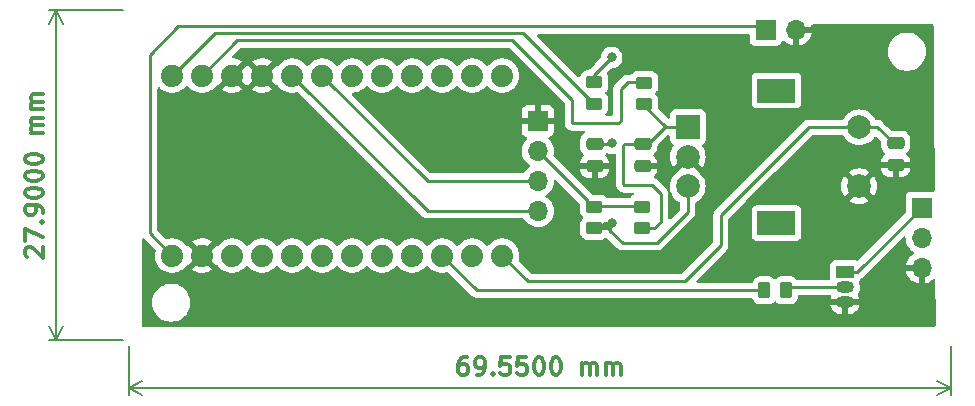
<source format=gbr>
%TF.GenerationSoftware,KiCad,Pcbnew,(6.0.4)*%
%TF.CreationDate,2022-04-25T14:33:06+01:00*%
%TF.ProjectId,CameraIntervalometer,43616d65-7261-4496-9e74-657276616c6f,rev?*%
%TF.SameCoordinates,Original*%
%TF.FileFunction,Copper,L1,Top*%
%TF.FilePolarity,Positive*%
%FSLAX46Y46*%
G04 Gerber Fmt 4.6, Leading zero omitted, Abs format (unit mm)*
G04 Created by KiCad (PCBNEW (6.0.4)) date 2022-04-25 14:33:06*
%MOMM*%
%LPD*%
G01*
G04 APERTURE LIST*
G04 Aperture macros list*
%AMRoundRect*
0 Rectangle with rounded corners*
0 $1 Rounding radius*
0 $2 $3 $4 $5 $6 $7 $8 $9 X,Y pos of 4 corners*
0 Add a 4 corners polygon primitive as box body*
4,1,4,$2,$3,$4,$5,$6,$7,$8,$9,$2,$3,0*
0 Add four circle primitives for the rounded corners*
1,1,$1+$1,$2,$3*
1,1,$1+$1,$4,$5*
1,1,$1+$1,$6,$7*
1,1,$1+$1,$8,$9*
0 Add four rect primitives between the rounded corners*
20,1,$1+$1,$2,$3,$4,$5,0*
20,1,$1+$1,$4,$5,$6,$7,0*
20,1,$1+$1,$6,$7,$8,$9,0*
20,1,$1+$1,$8,$9,$2,$3,0*%
G04 Aperture macros list end*
%ADD10C,0.300000*%
%TA.AperFunction,NonConductor*%
%ADD11C,0.300000*%
%TD*%
%TA.AperFunction,NonConductor*%
%ADD12C,0.200000*%
%TD*%
%TA.AperFunction,SMDPad,CuDef*%
%ADD13RoundRect,0.250000X0.450000X-0.262500X0.450000X0.262500X-0.450000X0.262500X-0.450000X-0.262500X0*%
%TD*%
%TA.AperFunction,ComponentPad*%
%ADD14R,2.000000X2.000000*%
%TD*%
%TA.AperFunction,ComponentPad*%
%ADD15C,2.000000*%
%TD*%
%TA.AperFunction,ComponentPad*%
%ADD16R,3.200000X2.000000*%
%TD*%
%TA.AperFunction,SMDPad,CuDef*%
%ADD17RoundRect,0.250000X-0.450000X0.262500X-0.450000X-0.262500X0.450000X-0.262500X0.450000X0.262500X0*%
%TD*%
%TA.AperFunction,SMDPad,CuDef*%
%ADD18RoundRect,0.250000X-0.475000X0.250000X-0.475000X-0.250000X0.475000X-0.250000X0.475000X0.250000X0*%
%TD*%
%TA.AperFunction,ComponentPad*%
%ADD19R,1.500000X1.050000*%
%TD*%
%TA.AperFunction,ComponentPad*%
%ADD20O,1.500000X1.050000*%
%TD*%
%TA.AperFunction,ComponentPad*%
%ADD21R,1.700000X1.700000*%
%TD*%
%TA.AperFunction,ComponentPad*%
%ADD22O,1.700000X1.700000*%
%TD*%
%TA.AperFunction,SMDPad,CuDef*%
%ADD23RoundRect,0.250000X0.262500X0.450000X-0.262500X0.450000X-0.262500X-0.450000X0.262500X-0.450000X0*%
%TD*%
%TA.AperFunction,ComponentPad*%
%ADD24C,1.879600*%
%TD*%
%TA.AperFunction,ViaPad*%
%ADD25C,0.800000*%
%TD*%
%TA.AperFunction,Conductor*%
%ADD26C,0.250000*%
%TD*%
G04 APERTURE END LIST*
D10*
D11*
X104521428Y-89928571D02*
X104450000Y-89857142D01*
X104378571Y-89714285D01*
X104378571Y-89357142D01*
X104450000Y-89214285D01*
X104521428Y-89142857D01*
X104664285Y-89071428D01*
X104807142Y-89071428D01*
X105021428Y-89142857D01*
X105878571Y-90000000D01*
X105878571Y-89071428D01*
X104378571Y-88571428D02*
X104378571Y-87571428D01*
X105878571Y-88214285D01*
X105735714Y-87000000D02*
X105807142Y-86928571D01*
X105878571Y-87000000D01*
X105807142Y-87071428D01*
X105735714Y-87000000D01*
X105878571Y-87000000D01*
X105878571Y-86214285D02*
X105878571Y-85928571D01*
X105807142Y-85785714D01*
X105735714Y-85714285D01*
X105521428Y-85571428D01*
X105235714Y-85500000D01*
X104664285Y-85500000D01*
X104521428Y-85571428D01*
X104450000Y-85642857D01*
X104378571Y-85785714D01*
X104378571Y-86071428D01*
X104450000Y-86214285D01*
X104521428Y-86285714D01*
X104664285Y-86357142D01*
X105021428Y-86357142D01*
X105164285Y-86285714D01*
X105235714Y-86214285D01*
X105307142Y-86071428D01*
X105307142Y-85785714D01*
X105235714Y-85642857D01*
X105164285Y-85571428D01*
X105021428Y-85500000D01*
X104378571Y-84571428D02*
X104378571Y-84428571D01*
X104450000Y-84285714D01*
X104521428Y-84214285D01*
X104664285Y-84142857D01*
X104950000Y-84071428D01*
X105307142Y-84071428D01*
X105592857Y-84142857D01*
X105735714Y-84214285D01*
X105807142Y-84285714D01*
X105878571Y-84428571D01*
X105878571Y-84571428D01*
X105807142Y-84714285D01*
X105735714Y-84785714D01*
X105592857Y-84857142D01*
X105307142Y-84928571D01*
X104950000Y-84928571D01*
X104664285Y-84857142D01*
X104521428Y-84785714D01*
X104450000Y-84714285D01*
X104378571Y-84571428D01*
X104378571Y-83142857D02*
X104378571Y-83000000D01*
X104450000Y-82857142D01*
X104521428Y-82785714D01*
X104664285Y-82714285D01*
X104950000Y-82642857D01*
X105307142Y-82642857D01*
X105592857Y-82714285D01*
X105735714Y-82785714D01*
X105807142Y-82857142D01*
X105878571Y-83000000D01*
X105878571Y-83142857D01*
X105807142Y-83285714D01*
X105735714Y-83357142D01*
X105592857Y-83428571D01*
X105307142Y-83500000D01*
X104950000Y-83500000D01*
X104664285Y-83428571D01*
X104521428Y-83357142D01*
X104450000Y-83285714D01*
X104378571Y-83142857D01*
X104378571Y-81714285D02*
X104378571Y-81571428D01*
X104450000Y-81428571D01*
X104521428Y-81357142D01*
X104664285Y-81285714D01*
X104950000Y-81214285D01*
X105307142Y-81214285D01*
X105592857Y-81285714D01*
X105735714Y-81357142D01*
X105807142Y-81428571D01*
X105878571Y-81571428D01*
X105878571Y-81714285D01*
X105807142Y-81857142D01*
X105735714Y-81928571D01*
X105592857Y-82000000D01*
X105307142Y-82071428D01*
X104950000Y-82071428D01*
X104664285Y-82000000D01*
X104521428Y-81928571D01*
X104450000Y-81857142D01*
X104378571Y-81714285D01*
X105878571Y-79428571D02*
X104878571Y-79428571D01*
X105021428Y-79428571D02*
X104950000Y-79357142D01*
X104878571Y-79214285D01*
X104878571Y-79000000D01*
X104950000Y-78857142D01*
X105092857Y-78785714D01*
X105878571Y-78785714D01*
X105092857Y-78785714D02*
X104950000Y-78714285D01*
X104878571Y-78571428D01*
X104878571Y-78357142D01*
X104950000Y-78214285D01*
X105092857Y-78142857D01*
X105878571Y-78142857D01*
X105878571Y-77428571D02*
X104878571Y-77428571D01*
X105021428Y-77428571D02*
X104950000Y-77357142D01*
X104878571Y-77214285D01*
X104878571Y-77000000D01*
X104950000Y-76857142D01*
X105092857Y-76785714D01*
X105878571Y-76785714D01*
X105092857Y-76785714D02*
X104950000Y-76714285D01*
X104878571Y-76571428D01*
X104878571Y-76357142D01*
X104950000Y-76214285D01*
X105092857Y-76142857D01*
X105878571Y-76142857D01*
D12*
X112700000Y-96950000D02*
X106413580Y-96950000D01*
X112700000Y-69050000D02*
X106413580Y-69050000D01*
X107000000Y-96950000D02*
X107000000Y-69050000D01*
X107000000Y-96950000D02*
X107000000Y-69050000D01*
X107000000Y-96950000D02*
X107586421Y-95823496D01*
X107000000Y-96950000D02*
X106413579Y-95823496D01*
X107000000Y-69050000D02*
X106413579Y-70176504D01*
X107000000Y-69050000D02*
X107586421Y-70176504D01*
D10*
D11*
X141760714Y-98428570D02*
X141475000Y-98428570D01*
X141332142Y-98499999D01*
X141260714Y-98571427D01*
X141117857Y-98785713D01*
X141046428Y-99071427D01*
X141046428Y-99642856D01*
X141117857Y-99785713D01*
X141189285Y-99857141D01*
X141332142Y-99928570D01*
X141617857Y-99928570D01*
X141760714Y-99857141D01*
X141832142Y-99785713D01*
X141903571Y-99642856D01*
X141903571Y-99285713D01*
X141832142Y-99142856D01*
X141760714Y-99071427D01*
X141617857Y-98999999D01*
X141332142Y-98999999D01*
X141189285Y-99071427D01*
X141117857Y-99142856D01*
X141046428Y-99285713D01*
X142617857Y-99928570D02*
X142903571Y-99928570D01*
X143046428Y-99857141D01*
X143117857Y-99785713D01*
X143260714Y-99571427D01*
X143332142Y-99285713D01*
X143332142Y-98714284D01*
X143260714Y-98571427D01*
X143189285Y-98499999D01*
X143046428Y-98428570D01*
X142760714Y-98428570D01*
X142617857Y-98499999D01*
X142546428Y-98571427D01*
X142475000Y-98714284D01*
X142475000Y-99071427D01*
X142546428Y-99214284D01*
X142617857Y-99285713D01*
X142760714Y-99357141D01*
X143046428Y-99357141D01*
X143189285Y-99285713D01*
X143260714Y-99214284D01*
X143332142Y-99071427D01*
X143975000Y-99785713D02*
X144046428Y-99857141D01*
X143975000Y-99928570D01*
X143903571Y-99857141D01*
X143975000Y-99785713D01*
X143975000Y-99928570D01*
X145403571Y-98428570D02*
X144689285Y-98428570D01*
X144617857Y-99142856D01*
X144689285Y-99071427D01*
X144832142Y-98999999D01*
X145189285Y-98999999D01*
X145332142Y-99071427D01*
X145403571Y-99142856D01*
X145475000Y-99285713D01*
X145475000Y-99642856D01*
X145403571Y-99785713D01*
X145332142Y-99857141D01*
X145189285Y-99928570D01*
X144832142Y-99928570D01*
X144689285Y-99857141D01*
X144617857Y-99785713D01*
X146832142Y-98428570D02*
X146117857Y-98428570D01*
X146046428Y-99142856D01*
X146117857Y-99071427D01*
X146260714Y-98999999D01*
X146617857Y-98999999D01*
X146760714Y-99071427D01*
X146832142Y-99142856D01*
X146903571Y-99285713D01*
X146903571Y-99642856D01*
X146832142Y-99785713D01*
X146760714Y-99857141D01*
X146617857Y-99928570D01*
X146260714Y-99928570D01*
X146117857Y-99857141D01*
X146046428Y-99785713D01*
X147832142Y-98428570D02*
X147975000Y-98428570D01*
X148117857Y-98499999D01*
X148189285Y-98571427D01*
X148260714Y-98714284D01*
X148332142Y-98999999D01*
X148332142Y-99357141D01*
X148260714Y-99642856D01*
X148189285Y-99785713D01*
X148117857Y-99857141D01*
X147975000Y-99928570D01*
X147832142Y-99928570D01*
X147689285Y-99857141D01*
X147617857Y-99785713D01*
X147546428Y-99642856D01*
X147475000Y-99357141D01*
X147475000Y-98999999D01*
X147546428Y-98714284D01*
X147617857Y-98571427D01*
X147689285Y-98499999D01*
X147832142Y-98428570D01*
X149260714Y-98428570D02*
X149403571Y-98428570D01*
X149546428Y-98499999D01*
X149617857Y-98571427D01*
X149689285Y-98714284D01*
X149760714Y-98999999D01*
X149760714Y-99357141D01*
X149689285Y-99642856D01*
X149617857Y-99785713D01*
X149546428Y-99857141D01*
X149403571Y-99928570D01*
X149260714Y-99928570D01*
X149117857Y-99857141D01*
X149046428Y-99785713D01*
X148975000Y-99642856D01*
X148903571Y-99357141D01*
X148903571Y-98999999D01*
X148975000Y-98714284D01*
X149046428Y-98571427D01*
X149117857Y-98499999D01*
X149260714Y-98428570D01*
X151546428Y-99928570D02*
X151546428Y-98928570D01*
X151546428Y-99071427D02*
X151617857Y-98999999D01*
X151760714Y-98928570D01*
X151975000Y-98928570D01*
X152117857Y-98999999D01*
X152189285Y-99142856D01*
X152189285Y-99928570D01*
X152189285Y-99142856D02*
X152260714Y-98999999D01*
X152403571Y-98928570D01*
X152617857Y-98928570D01*
X152760714Y-98999999D01*
X152832142Y-99142856D01*
X152832142Y-99928570D01*
X153546428Y-99928570D02*
X153546428Y-98928570D01*
X153546428Y-99071427D02*
X153617857Y-98999999D01*
X153760714Y-98928570D01*
X153975000Y-98928570D01*
X154117857Y-98999999D01*
X154189285Y-99142856D01*
X154189285Y-99928570D01*
X154189285Y-99142856D02*
X154260714Y-98999999D01*
X154403571Y-98928570D01*
X154617857Y-98928570D01*
X154760714Y-98999999D01*
X154832142Y-99142856D01*
X154832142Y-99928570D01*
D12*
X113200000Y-97450000D02*
X113200000Y-101636419D01*
X182750000Y-97450000D02*
X182750000Y-101636419D01*
X113200000Y-101049999D02*
X182750000Y-101049999D01*
X113200000Y-101049999D02*
X182750000Y-101049999D01*
X113200000Y-101049999D02*
X114326504Y-101636420D01*
X113200000Y-101049999D02*
X114326504Y-100463578D01*
X182750000Y-101049999D02*
X181623496Y-100463578D01*
X182750000Y-101049999D02*
X181623496Y-101636420D01*
D13*
%TO.P,R4,1*%
%TO.N,Net-(B1-Pad1)*%
X152570000Y-76950000D03*
%TO.P,R4,2*%
%TO.N,Net-(C2-Pad1)*%
X152570000Y-75125000D03*
%TD*%
D14*
%TO.P,SW1,A,A*%
%TO.N,Net-(C1-Pad1)*%
X160500000Y-78950000D03*
D15*
%TO.P,SW1,B,B*%
%TO.N,Net-(C2-Pad1)*%
X160500000Y-83950000D03*
%TO.P,SW1,C,C*%
%TO.N,GND*%
X160500000Y-81450000D03*
D16*
%TO.P,SW1,MP*%
%TO.N,N/C*%
X168000000Y-75850000D03*
X168000000Y-87050000D03*
D15*
%TO.P,SW1,S1,S1*%
%TO.N,GND*%
X175000000Y-83950000D03*
%TO.P,SW1,S2,S2*%
%TO.N,Net-(C3-Pad1)*%
X175000000Y-78950000D03*
%TD*%
D17*
%TO.P,R2,2*%
%TO.N,Net-(C1-Pad1)*%
X156800000Y-77012500D03*
%TO.P,R2,1*%
%TO.N,Net-(B1-Pad2)*%
X156800000Y-75187500D03*
%TD*%
D18*
%TO.P,C1,2*%
%TO.N,GND*%
X156680000Y-82262500D03*
%TO.P,C1,1*%
%TO.N,Net-(C1-Pad1)*%
X156680000Y-80362500D03*
%TD*%
D19*
%TO.P,Q1,1,C*%
%TO.N,Net-(J1-Pad1)*%
X173800000Y-91230000D03*
D20*
%TO.P,Q1,2,B*%
%TO.N,Net-(Q1-Pad2)*%
X173800000Y-92500000D03*
%TO.P,Q1,3,E*%
%TO.N,GND*%
X173800000Y-93770000D03*
%TD*%
D13*
%TO.P,R1,1*%
%TO.N,Net-(C1-Pad1)*%
X156650000Y-87500000D03*
%TO.P,R1,2*%
%TO.N,+5VD*%
X156650000Y-85675000D03*
%TD*%
D18*
%TO.P,C2,1*%
%TO.N,Net-(C2-Pad1)*%
X152600000Y-80362500D03*
%TO.P,C2,2*%
%TO.N,GND*%
X152600000Y-82262500D03*
%TD*%
D21*
%TO.P,J1,1,Pin_1*%
%TO.N,Net-(J1-Pad1)*%
X180300000Y-85760000D03*
D22*
%TO.P,J1,2,Pin_2*%
%TO.N,unconnected-(J1-Pad2)*%
X180300000Y-88300000D03*
%TO.P,J1,3,GND*%
%TO.N,GND*%
X180300000Y-90840000D03*
%TD*%
D21*
%TO.P,BT1,1,BAT+*%
%TO.N,Net-(B1-Pad24)*%
X167100000Y-70700000D03*
D22*
%TO.P,BT1,2,BAT-*%
%TO.N,GND*%
X169640000Y-70700000D03*
%TD*%
D18*
%TO.P,C3,1*%
%TO.N,Net-(C3-Pad1)*%
X178100000Y-80250000D03*
%TO.P,C3,2*%
%TO.N,GND*%
X178100000Y-82150000D03*
%TD*%
D21*
%TO.P,U1,1,GND*%
%TO.N,GND*%
X147795000Y-78425000D03*
D22*
%TO.P,U1,2,VCC*%
%TO.N,+5VD*%
X147795000Y-80965000D03*
%TO.P,U1,3,SCL*%
%TO.N,/SCL*%
X147795000Y-83505000D03*
%TO.P,U1,4,SDA*%
%TO.N,/SDA*%
X147795000Y-86045000D03*
%TD*%
D13*
%TO.P,R3,1*%
%TO.N,Net-(C2-Pad1)*%
X152570000Y-87500000D03*
%TO.P,R3,2*%
%TO.N,+5VD*%
X152570000Y-85675000D03*
%TD*%
D23*
%TO.P,R5,1*%
%TO.N,Net-(Q1-Pad2)*%
X168812500Y-92750000D03*
%TO.P,R5,2*%
%TO.N,Net-(B1-Pad15)*%
X166987500Y-92750000D03*
%TD*%
D24*
%TO.P,B1,1,TXO*%
%TO.N,Net-(B1-Pad1)*%
X116835000Y-74580000D03*
%TO.P,B1,2,RXI*%
%TO.N,Net-(B1-Pad2)*%
X119375000Y-74580000D03*
%TO.P,B1,3,GND*%
%TO.N,GND*%
X121915000Y-74580000D03*
%TO.P,B1,4,GND*%
X124455000Y-74580000D03*
%TO.P,B1,5,2*%
%TO.N,/SDA*%
X126995000Y-74580000D03*
%TO.P,B1,6,\u002A3*%
%TO.N,/SCL*%
X129535000Y-74580000D03*
%TO.P,B1,7,4*%
%TO.N,unconnected-(B1-Pad7)*%
X132075000Y-74580000D03*
%TO.P,B1,8,\u002A5*%
%TO.N,unconnected-(B1-Pad8)*%
X134615000Y-74580000D03*
%TO.P,B1,9,\u002A6*%
%TO.N,unconnected-(B1-Pad9)*%
X137155000Y-74580000D03*
%TO.P,B1,10,7*%
%TO.N,unconnected-(B1-Pad10)*%
X139695000Y-74580000D03*
%TO.P,B1,11,8*%
%TO.N,unconnected-(B1-Pad11)*%
X142235000Y-74580000D03*
%TO.P,B1,12,\u002A9*%
%TO.N,unconnected-(B1-Pad12)*%
X144775000Y-74580000D03*
%TO.P,B1,13,\u002A10*%
%TO.N,Net-(C3-Pad1)*%
X144775000Y-89820000D03*
%TO.P,B1,14,11(MOSI)*%
%TO.N,unconnected-(B1-Pad14)*%
X142235000Y-89820000D03*
%TO.P,B1,15,12(MISO)*%
%TO.N,Net-(B1-Pad15)*%
X139695000Y-89820000D03*
%TO.P,B1,16,13(SCK)*%
%TO.N,unconnected-(B1-Pad16)*%
X137155000Y-89820000D03*
%TO.P,B1,17,A0*%
%TO.N,unconnected-(B1-Pad17)*%
X134615000Y-89820000D03*
%TO.P,B1,18,A1*%
%TO.N,unconnected-(B1-Pad18)*%
X132075000Y-89820000D03*
%TO.P,B1,19,A2*%
%TO.N,unconnected-(B1-Pad19)*%
X129535000Y-89820000D03*
%TO.P,B1,20,A3*%
%TO.N,unconnected-(B1-Pad20)*%
X126995000Y-89820000D03*
%TO.P,B1,21,VCC*%
%TO.N,+5VD*%
X124455000Y-89820000D03*
%TO.P,B1,22,RESET*%
%TO.N,unconnected-(B1-Pad22)*%
X121915000Y-89820000D03*
%TO.P,B1,23,GND*%
%TO.N,GND*%
X119375000Y-89820000D03*
%TO.P,B1,24,RAW*%
%TO.N,Net-(B1-Pad24)*%
X116835000Y-89820000D03*
%TD*%
D25*
%TO.N,Net-(C2-Pad1)*%
X154100000Y-87050000D03*
X154050000Y-80300000D03*
X154050000Y-73050000D03*
%TD*%
D26*
%TO.N,Net-(B1-Pad2)*%
X156737500Y-75125000D02*
X156800000Y-75187500D01*
X155425000Y-75125000D02*
X156737500Y-75125000D01*
X154800000Y-75750000D02*
X155425000Y-75125000D01*
X154600000Y-78600000D02*
X154800000Y-78400000D01*
X150700000Y-78600000D02*
X154600000Y-78600000D01*
X145650000Y-71600000D02*
X150700000Y-76650000D01*
X154800000Y-78400000D02*
X154800000Y-75750000D01*
X122355000Y-71600000D02*
X145650000Y-71600000D01*
X150700000Y-76650000D02*
X150700000Y-78600000D01*
X119375000Y-74580000D02*
X122355000Y-71600000D01*
%TO.N,Net-(B1-Pad1)*%
X146570000Y-70950000D02*
X152570000Y-76950000D01*
X120465000Y-70950000D02*
X146570000Y-70950000D01*
X116835000Y-74580000D02*
X120465000Y-70950000D01*
%TO.N,Net-(B1-Pad24)*%
X117350000Y-70400000D02*
X166800000Y-70400000D01*
X166800000Y-70400000D02*
X167100000Y-70700000D01*
X114950000Y-72800000D02*
X117350000Y-70400000D01*
X114950000Y-87935000D02*
X114950000Y-72800000D01*
X116835000Y-89820000D02*
X114950000Y-87935000D01*
%TO.N,Net-(C1-Pad1)*%
X158550000Y-78950000D02*
X160500000Y-78950000D01*
X157137500Y-80362500D02*
X158550000Y-78950000D01*
X156680000Y-80362500D02*
X157137500Y-80362500D01*
X155137500Y-80362500D02*
X156680000Y-80362500D01*
X155050000Y-80450000D02*
X155137500Y-80362500D01*
X155050000Y-83800000D02*
X155050000Y-80450000D01*
X155100000Y-83850000D02*
X155050000Y-83800000D01*
X157450000Y-83850000D02*
X155100000Y-83850000D01*
X158200000Y-84600000D02*
X157450000Y-83850000D01*
X158200000Y-86950000D02*
X158200000Y-84600000D01*
X157650000Y-87500000D02*
X158200000Y-86950000D01*
X156650000Y-87500000D02*
X157650000Y-87500000D01*
X158650000Y-78950000D02*
X160500000Y-78950000D01*
X156650000Y-76950000D02*
X158525000Y-78825000D01*
X158525000Y-78825000D02*
X158650000Y-78950000D01*
%TO.N,Net-(C2-Pad1)*%
X153050000Y-87500000D02*
X153500000Y-87050000D01*
X152570000Y-87500000D02*
X153050000Y-87500000D01*
X154100000Y-87050000D02*
X153500000Y-87050000D01*
X153850000Y-87300000D02*
X154100000Y-87050000D01*
X153350000Y-87300000D02*
X153850000Y-87300000D01*
X153750000Y-87500000D02*
X153950000Y-87700000D01*
X152570000Y-87500000D02*
X153750000Y-87500000D01*
X153950000Y-87200000D02*
X153950000Y-87700000D01*
X154100000Y-87050000D02*
X153950000Y-87200000D01*
X155000000Y-88750000D02*
X153950000Y-87700000D01*
X157900000Y-88750000D02*
X155000000Y-88750000D01*
X160500000Y-86150000D02*
X157900000Y-88750000D01*
X160500000Y-83950000D02*
X160500000Y-86150000D01*
X152570000Y-87500000D02*
X153600000Y-87500000D01*
X153600000Y-87500000D02*
X153700000Y-87400000D01*
%TO.N,+5VD*%
X153162500Y-85600000D02*
X155932500Y-85600000D01*
%TO.N,Net-(J1-Pad1)*%
X174830000Y-91230000D02*
X180300000Y-85760000D01*
X173800000Y-91230000D02*
X174830000Y-91230000D01*
%TO.N,Net-(Q1-Pad2)*%
X169062500Y-92500000D02*
X173800000Y-92500000D01*
X168812500Y-92750000D02*
X169062500Y-92500000D01*
%TO.N,Net-(B1-Pad15)*%
X142625000Y-92750000D02*
X166987500Y-92750000D01*
X139695000Y-89820000D02*
X142625000Y-92750000D01*
%TO.N,Net-(C2-Pad1)*%
X153987500Y-80362500D02*
X154050000Y-80300000D01*
X152600000Y-80362500D02*
X153987500Y-80362500D01*
%TO.N,/SCL*%
X138460000Y-83505000D02*
X147795000Y-83505000D01*
X129535000Y-74580000D02*
X138460000Y-83505000D01*
%TO.N,/SDA*%
X138460000Y-86045000D02*
X147795000Y-86045000D01*
X126995000Y-74580000D02*
X138460000Y-86045000D01*
%TO.N,Net-(C2-Pad1)*%
X152570000Y-74530000D02*
X154050000Y-73050000D01*
X152570000Y-75125000D02*
X152570000Y-74530000D01*
%TO.N,Net-(C3-Pad1)*%
X163300000Y-88950000D02*
X160250000Y-92000000D01*
X163300000Y-86400000D02*
X163300000Y-88950000D01*
X160250000Y-92000000D02*
X146955000Y-92000000D01*
X146955000Y-92000000D02*
X144775000Y-89820000D01*
X170750000Y-78950000D02*
X163300000Y-86400000D01*
X175000000Y-78950000D02*
X170750000Y-78950000D01*
X176550000Y-78950000D02*
X175000000Y-78950000D01*
X178000000Y-80400000D02*
X176550000Y-78950000D01*
%TO.N,+5VD*%
X147795000Y-80965000D02*
X152055000Y-85225000D01*
%TO.N,GND*%
X122240000Y-74255000D02*
X121915000Y-74580000D01*
%TD*%
%TA.AperFunction,Conductor*%
%TO.N,GND*%
G36*
X181246376Y-70253502D02*
G01*
X181292869Y-70307158D01*
X181304252Y-70358606D01*
X181351757Y-77067369D01*
X181402850Y-84282796D01*
X181383331Y-84351056D01*
X181330006Y-84397928D01*
X181260690Y-84408395D01*
X181260316Y-84408255D01*
X181255579Y-84407740D01*
X181255577Y-84407740D01*
X181201531Y-84401869D01*
X181198134Y-84401500D01*
X179401866Y-84401500D01*
X179339684Y-84408255D01*
X179203295Y-84459385D01*
X179086739Y-84546739D01*
X178999385Y-84663295D01*
X178948255Y-84799684D01*
X178941500Y-84861866D01*
X178941500Y-86170405D01*
X178921498Y-86238526D01*
X178904595Y-86259500D01*
X174935566Y-90228529D01*
X174873254Y-90262555D01*
X174802439Y-90257490D01*
X174798357Y-90255623D01*
X174796705Y-90254385D01*
X174660316Y-90203255D01*
X174598134Y-90196500D01*
X173001866Y-90196500D01*
X172939684Y-90203255D01*
X172803295Y-90254385D01*
X172686739Y-90341739D01*
X172599385Y-90458295D01*
X172548255Y-90594684D01*
X172541500Y-90656866D01*
X172541500Y-91740500D01*
X172521498Y-91808621D01*
X172467842Y-91855114D01*
X172415500Y-91866500D01*
X169765683Y-91866500D01*
X169697562Y-91846498D01*
X169673984Y-91825145D01*
X169673478Y-91825652D01*
X169636025Y-91788264D01*
X169548303Y-91700695D01*
X169484547Y-91661395D01*
X169403968Y-91611725D01*
X169403966Y-91611724D01*
X169397738Y-91607885D01*
X169237254Y-91554655D01*
X169236389Y-91554368D01*
X169236387Y-91554368D01*
X169229861Y-91552203D01*
X169223025Y-91551503D01*
X169223022Y-91551502D01*
X169179969Y-91547091D01*
X169125400Y-91541500D01*
X168499600Y-91541500D01*
X168496354Y-91541837D01*
X168496350Y-91541837D01*
X168400692Y-91551762D01*
X168400688Y-91551763D01*
X168393834Y-91552474D01*
X168387298Y-91554655D01*
X168387296Y-91554655D01*
X168255194Y-91598728D01*
X168226054Y-91608450D01*
X168075652Y-91701522D01*
X168070479Y-91706704D01*
X167989216Y-91788109D01*
X167926934Y-91822188D01*
X167856114Y-91817185D01*
X167811025Y-91788264D01*
X167728483Y-91705866D01*
X167723303Y-91700695D01*
X167659547Y-91661395D01*
X167578968Y-91611725D01*
X167578966Y-91611724D01*
X167572738Y-91607885D01*
X167412254Y-91554655D01*
X167411389Y-91554368D01*
X167411387Y-91554368D01*
X167404861Y-91552203D01*
X167398025Y-91551503D01*
X167398022Y-91551502D01*
X167354969Y-91547091D01*
X167300400Y-91541500D01*
X166674600Y-91541500D01*
X166671354Y-91541837D01*
X166671350Y-91541837D01*
X166575692Y-91551762D01*
X166575688Y-91551763D01*
X166568834Y-91552474D01*
X166562298Y-91554655D01*
X166562296Y-91554655D01*
X166430194Y-91598728D01*
X166401054Y-91608450D01*
X166250652Y-91701522D01*
X166245479Y-91706704D01*
X166213659Y-91738580D01*
X166125695Y-91826697D01*
X166121855Y-91832927D01*
X166121854Y-91832928D01*
X166081053Y-91899120D01*
X166032885Y-91977262D01*
X166022597Y-92008279D01*
X166015337Y-92030168D01*
X165974906Y-92088527D01*
X165909342Y-92115764D01*
X165895744Y-92116500D01*
X161333594Y-92116500D01*
X161265473Y-92096498D01*
X161218980Y-92042842D01*
X161208876Y-91972568D01*
X161238370Y-91907988D01*
X161244499Y-91901405D01*
X163692247Y-89453657D01*
X163700537Y-89446113D01*
X163707018Y-89442000D01*
X163753659Y-89392332D01*
X163756413Y-89389491D01*
X163776134Y-89369770D01*
X163778612Y-89366575D01*
X163786318Y-89357553D01*
X163798407Y-89344680D01*
X163816586Y-89325321D01*
X163826346Y-89307568D01*
X163837199Y-89291045D01*
X163844753Y-89281306D01*
X163849613Y-89275041D01*
X163867176Y-89234457D01*
X163872383Y-89223827D01*
X163893695Y-89185060D01*
X163895666Y-89177383D01*
X163895668Y-89177378D01*
X163898732Y-89165442D01*
X163905138Y-89146730D01*
X163910034Y-89135417D01*
X163913181Y-89128145D01*
X163915052Y-89116336D01*
X163920097Y-89084481D01*
X163922504Y-89072860D01*
X163931528Y-89037711D01*
X163931528Y-89037710D01*
X163933500Y-89030030D01*
X163933500Y-89009769D01*
X163935051Y-88990058D01*
X163936979Y-88977885D01*
X163938219Y-88970057D01*
X163934059Y-88926046D01*
X163933500Y-88914189D01*
X163933500Y-88098134D01*
X165891500Y-88098134D01*
X165898255Y-88160316D01*
X165949385Y-88296705D01*
X166036739Y-88413261D01*
X166153295Y-88500615D01*
X166289684Y-88551745D01*
X166351866Y-88558500D01*
X169648134Y-88558500D01*
X169710316Y-88551745D01*
X169846705Y-88500615D01*
X169963261Y-88413261D01*
X170050615Y-88296705D01*
X170101745Y-88160316D01*
X170108500Y-88098134D01*
X170108500Y-86001866D01*
X170101745Y-85939684D01*
X170050615Y-85803295D01*
X169963261Y-85686739D01*
X169846705Y-85599385D01*
X169710316Y-85548255D01*
X169648134Y-85541500D01*
X166351866Y-85541500D01*
X166289684Y-85548255D01*
X166153295Y-85599385D01*
X166036739Y-85686739D01*
X165949385Y-85803295D01*
X165898255Y-85939684D01*
X165891500Y-86001866D01*
X165891500Y-88098134D01*
X163933500Y-88098134D01*
X163933500Y-86714594D01*
X163953502Y-86646473D01*
X163970405Y-86625499D01*
X165413234Y-85182670D01*
X174132160Y-85182670D01*
X174137887Y-85190320D01*
X174309042Y-85295205D01*
X174317837Y-85299687D01*
X174527988Y-85386734D01*
X174537373Y-85389783D01*
X174758554Y-85442885D01*
X174768301Y-85444428D01*
X174995070Y-85462275D01*
X175004930Y-85462275D01*
X175231699Y-85444428D01*
X175241446Y-85442885D01*
X175462627Y-85389783D01*
X175472012Y-85386734D01*
X175682163Y-85299687D01*
X175690958Y-85295205D01*
X175858445Y-85192568D01*
X175867907Y-85182110D01*
X175864124Y-85173334D01*
X175012812Y-84322022D01*
X174998868Y-84314408D01*
X174997035Y-84314539D01*
X174990420Y-84318790D01*
X174138920Y-85170290D01*
X174132160Y-85182670D01*
X165413234Y-85182670D01*
X166640974Y-83954930D01*
X173487725Y-83954930D01*
X173505572Y-84181699D01*
X173507115Y-84191446D01*
X173560217Y-84412627D01*
X173563266Y-84422012D01*
X173650313Y-84632163D01*
X173654795Y-84640958D01*
X173757432Y-84808445D01*
X173767890Y-84817907D01*
X173776666Y-84814124D01*
X174627978Y-83962812D01*
X174634356Y-83951132D01*
X175364408Y-83951132D01*
X175364539Y-83952965D01*
X175368790Y-83959580D01*
X176220290Y-84811080D01*
X176232670Y-84817840D01*
X176240320Y-84812113D01*
X176345205Y-84640958D01*
X176349687Y-84632163D01*
X176436734Y-84422012D01*
X176439783Y-84412627D01*
X176492885Y-84191446D01*
X176494428Y-84181699D01*
X176512275Y-83954930D01*
X176512275Y-83945070D01*
X176494428Y-83718301D01*
X176492885Y-83708554D01*
X176439783Y-83487373D01*
X176436734Y-83477988D01*
X176349687Y-83267837D01*
X176345205Y-83259042D01*
X176242568Y-83091555D01*
X176232110Y-83082093D01*
X176223334Y-83085876D01*
X175372022Y-83937188D01*
X175364408Y-83951132D01*
X174634356Y-83951132D01*
X174635592Y-83948868D01*
X174635461Y-83947035D01*
X174631210Y-83940420D01*
X173779710Y-83088920D01*
X173767330Y-83082160D01*
X173759680Y-83087887D01*
X173654795Y-83259042D01*
X173650313Y-83267837D01*
X173563266Y-83477988D01*
X173560217Y-83487373D01*
X173507115Y-83708554D01*
X173505572Y-83718301D01*
X173487725Y-83945070D01*
X173487725Y-83954930D01*
X166640974Y-83954930D01*
X167878014Y-82717890D01*
X174132093Y-82717890D01*
X174135876Y-82726666D01*
X174987188Y-83577978D01*
X175001132Y-83585592D01*
X175002965Y-83585461D01*
X175009580Y-83581210D01*
X175861080Y-82729710D01*
X175867840Y-82717330D01*
X175862113Y-82709680D01*
X175690958Y-82604795D01*
X175682163Y-82600313D01*
X175472012Y-82513266D01*
X175462627Y-82510217D01*
X175241446Y-82457115D01*
X175231699Y-82455572D01*
X175123988Y-82447095D01*
X176867001Y-82447095D01*
X176867338Y-82453614D01*
X176877257Y-82549206D01*
X176880149Y-82562600D01*
X176931588Y-82716784D01*
X176937761Y-82729962D01*
X177023063Y-82867807D01*
X177032099Y-82879208D01*
X177146829Y-82993739D01*
X177158240Y-83002751D01*
X177296243Y-83087816D01*
X177309424Y-83093963D01*
X177463710Y-83145138D01*
X177477086Y-83148005D01*
X177571438Y-83157672D01*
X177577854Y-83158000D01*
X177827885Y-83158000D01*
X177843124Y-83153525D01*
X177844329Y-83152135D01*
X177846000Y-83144452D01*
X177846000Y-83139884D01*
X178354000Y-83139884D01*
X178358475Y-83155123D01*
X178359865Y-83156328D01*
X178367548Y-83157999D01*
X178622095Y-83157999D01*
X178628614Y-83157662D01*
X178724206Y-83147743D01*
X178737600Y-83144851D01*
X178891784Y-83093412D01*
X178904962Y-83087239D01*
X179042807Y-83001937D01*
X179054208Y-82992901D01*
X179168739Y-82878171D01*
X179177751Y-82866760D01*
X179262816Y-82728757D01*
X179268963Y-82715576D01*
X179320138Y-82561290D01*
X179323005Y-82547914D01*
X179332672Y-82453562D01*
X179333000Y-82447146D01*
X179333000Y-82422115D01*
X179328525Y-82406876D01*
X179327135Y-82405671D01*
X179319452Y-82404000D01*
X178372115Y-82404000D01*
X178356876Y-82408475D01*
X178355671Y-82409865D01*
X178354000Y-82417548D01*
X178354000Y-83139884D01*
X177846000Y-83139884D01*
X177846000Y-82422115D01*
X177841525Y-82406876D01*
X177840135Y-82405671D01*
X177832452Y-82404000D01*
X176885116Y-82404000D01*
X176869877Y-82408475D01*
X176868672Y-82409865D01*
X176867001Y-82417548D01*
X176867001Y-82447095D01*
X175123988Y-82447095D01*
X175004930Y-82437725D01*
X174995070Y-82437725D01*
X174768301Y-82455572D01*
X174758554Y-82457115D01*
X174537373Y-82510217D01*
X174527988Y-82513266D01*
X174317837Y-82600313D01*
X174309042Y-82604795D01*
X174141555Y-82707432D01*
X174132093Y-82717890D01*
X167878014Y-82717890D01*
X170975500Y-79620405D01*
X171037812Y-79586379D01*
X171064595Y-79583500D01*
X173548434Y-79583500D01*
X173616555Y-79603502D01*
X173655867Y-79643665D01*
X173773241Y-79835202D01*
X173773245Y-79835208D01*
X173775824Y-79839416D01*
X173930031Y-80019969D01*
X174110584Y-80174176D01*
X174114792Y-80176755D01*
X174114798Y-80176759D01*
X174295349Y-80287401D01*
X174313037Y-80298240D01*
X174317607Y-80300133D01*
X174317611Y-80300135D01*
X174527833Y-80387211D01*
X174532406Y-80389105D01*
X174580349Y-80400615D01*
X174758476Y-80443380D01*
X174758482Y-80443381D01*
X174763289Y-80444535D01*
X175000000Y-80463165D01*
X175236711Y-80444535D01*
X175241518Y-80443381D01*
X175241524Y-80443380D01*
X175419651Y-80400615D01*
X175467594Y-80389105D01*
X175472167Y-80387211D01*
X175682389Y-80300135D01*
X175682393Y-80300133D01*
X175686963Y-80298240D01*
X175704651Y-80287401D01*
X175885202Y-80176759D01*
X175885208Y-80176755D01*
X175889416Y-80174176D01*
X176069969Y-80019969D01*
X176224176Y-79839416D01*
X176226758Y-79835202D01*
X176226762Y-79835197D01*
X176262000Y-79777693D01*
X176314647Y-79730061D01*
X176384689Y-79718454D01*
X176449886Y-79746557D01*
X176458528Y-79754432D01*
X176829595Y-80125499D01*
X176863621Y-80187811D01*
X176866500Y-80214594D01*
X176866500Y-80550400D01*
X176877474Y-80656166D01*
X176879655Y-80662702D01*
X176879655Y-80662704D01*
X176915007Y-80768666D01*
X176933450Y-80823946D01*
X177026522Y-80974348D01*
X177151697Y-81099305D01*
X177156235Y-81102102D01*
X177196824Y-81159353D01*
X177200054Y-81230276D01*
X177164428Y-81291687D01*
X177155932Y-81299062D01*
X177145793Y-81307098D01*
X177031261Y-81421829D01*
X177022249Y-81433240D01*
X176937184Y-81571243D01*
X176931037Y-81584424D01*
X176879862Y-81738710D01*
X176876995Y-81752086D01*
X176867328Y-81846438D01*
X176867000Y-81852855D01*
X176867000Y-81877885D01*
X176871475Y-81893124D01*
X176872865Y-81894329D01*
X176880548Y-81896000D01*
X179314884Y-81896000D01*
X179330123Y-81891525D01*
X179331328Y-81890135D01*
X179332999Y-81882452D01*
X179332999Y-81852905D01*
X179332662Y-81846386D01*
X179322743Y-81750794D01*
X179319851Y-81737400D01*
X179268412Y-81583216D01*
X179262239Y-81570038D01*
X179176937Y-81432193D01*
X179167901Y-81420792D01*
X179053172Y-81306262D01*
X179044238Y-81299206D01*
X179003177Y-81241288D01*
X178999947Y-81170365D01*
X179035574Y-81108954D01*
X179043407Y-81102154D01*
X179049348Y-81098478D01*
X179174305Y-80973303D01*
X179193184Y-80942676D01*
X179263275Y-80828968D01*
X179263276Y-80828966D01*
X179267115Y-80822738D01*
X179322797Y-80654861D01*
X179333500Y-80550400D01*
X179333500Y-79949600D01*
X179322526Y-79843834D01*
X179319645Y-79835197D01*
X179268868Y-79683002D01*
X179266550Y-79676054D01*
X179173478Y-79525652D01*
X179048303Y-79400695D01*
X179042072Y-79396854D01*
X178903968Y-79311725D01*
X178903966Y-79311724D01*
X178897738Y-79307885D01*
X178810028Y-79278793D01*
X178736389Y-79254368D01*
X178736387Y-79254368D01*
X178729861Y-79252203D01*
X178723025Y-79251503D01*
X178723022Y-79251502D01*
X178679969Y-79247091D01*
X178625400Y-79241500D01*
X177789595Y-79241500D01*
X177721474Y-79221498D01*
X177700499Y-79204595D01*
X177391573Y-78895668D01*
X177053647Y-78557742D01*
X177046113Y-78549463D01*
X177042000Y-78542982D01*
X176992348Y-78496356D01*
X176989507Y-78493602D01*
X176969770Y-78473865D01*
X176966573Y-78471385D01*
X176957551Y-78463680D01*
X176942832Y-78449858D01*
X176925321Y-78433414D01*
X176918375Y-78429595D01*
X176918372Y-78429593D01*
X176907566Y-78423652D01*
X176891047Y-78412801D01*
X176890227Y-78412165D01*
X176875041Y-78400386D01*
X176867772Y-78397241D01*
X176867768Y-78397238D01*
X176834463Y-78382826D01*
X176823813Y-78377609D01*
X176785060Y-78356305D01*
X176765437Y-78351267D01*
X176746734Y-78344863D01*
X176735420Y-78339967D01*
X176735419Y-78339967D01*
X176728145Y-78336819D01*
X176720322Y-78335580D01*
X176720312Y-78335577D01*
X176684476Y-78329901D01*
X176672856Y-78327495D01*
X176637711Y-78318472D01*
X176637710Y-78318472D01*
X176630030Y-78316500D01*
X176609776Y-78316500D01*
X176590065Y-78314949D01*
X176577886Y-78313020D01*
X176570057Y-78311780D01*
X176540786Y-78314547D01*
X176526039Y-78315941D01*
X176514181Y-78316500D01*
X176451566Y-78316500D01*
X176383445Y-78296498D01*
X176344133Y-78256335D01*
X176226759Y-78064798D01*
X176226755Y-78064792D01*
X176224176Y-78060584D01*
X176069969Y-77880031D01*
X175889416Y-77725824D01*
X175885208Y-77723245D01*
X175885202Y-77723241D01*
X175691183Y-77604346D01*
X175686963Y-77601760D01*
X175682393Y-77599867D01*
X175682389Y-77599865D01*
X175472167Y-77512789D01*
X175472165Y-77512788D01*
X175467594Y-77510895D01*
X175387391Y-77491640D01*
X175241524Y-77456620D01*
X175241518Y-77456619D01*
X175236711Y-77455465D01*
X175000000Y-77436835D01*
X174763289Y-77455465D01*
X174758482Y-77456619D01*
X174758476Y-77456620D01*
X174612609Y-77491640D01*
X174532406Y-77510895D01*
X174527835Y-77512788D01*
X174527833Y-77512789D01*
X174317611Y-77599865D01*
X174317607Y-77599867D01*
X174313037Y-77601760D01*
X174308817Y-77604346D01*
X174114798Y-77723241D01*
X174114792Y-77723245D01*
X174110584Y-77725824D01*
X173930031Y-77880031D01*
X173775824Y-78060584D01*
X173773245Y-78064792D01*
X173773241Y-78064798D01*
X173655867Y-78256335D01*
X173603219Y-78303966D01*
X173548434Y-78316500D01*
X170828767Y-78316500D01*
X170817584Y-78315973D01*
X170810091Y-78314298D01*
X170802165Y-78314547D01*
X170802164Y-78314547D01*
X170742014Y-78316438D01*
X170738055Y-78316500D01*
X170710144Y-78316500D01*
X170706210Y-78316997D01*
X170706209Y-78316997D01*
X170706144Y-78317005D01*
X170694307Y-78317938D01*
X170662049Y-78318952D01*
X170658030Y-78319078D01*
X170650111Y-78319327D01*
X170630657Y-78324979D01*
X170611300Y-78328987D01*
X170599070Y-78330532D01*
X170599069Y-78330532D01*
X170591203Y-78331526D01*
X170583832Y-78334445D01*
X170583830Y-78334445D01*
X170550088Y-78347804D01*
X170538858Y-78351649D01*
X170504017Y-78361771D01*
X170504016Y-78361771D01*
X170496407Y-78363982D01*
X170489588Y-78368015D01*
X170489583Y-78368017D01*
X170478972Y-78374293D01*
X170461224Y-78382988D01*
X170442383Y-78390448D01*
X170435967Y-78395110D01*
X170435966Y-78395110D01*
X170406613Y-78416436D01*
X170396693Y-78422952D01*
X170365465Y-78441420D01*
X170365462Y-78441422D01*
X170358638Y-78445458D01*
X170344317Y-78459779D01*
X170329284Y-78472619D01*
X170312893Y-78484528D01*
X170304217Y-78495016D01*
X170284702Y-78518605D01*
X170276712Y-78527384D01*
X162907747Y-85896348D01*
X162899461Y-85903888D01*
X162892982Y-85908000D01*
X162887557Y-85913777D01*
X162846357Y-85957651D01*
X162843602Y-85960493D01*
X162823865Y-85980230D01*
X162821385Y-85983427D01*
X162813682Y-85992447D01*
X162783414Y-86024679D01*
X162779595Y-86031625D01*
X162779593Y-86031628D01*
X162773652Y-86042434D01*
X162762801Y-86058953D01*
X162750386Y-86074959D01*
X162747241Y-86082228D01*
X162747238Y-86082232D01*
X162732826Y-86115537D01*
X162727609Y-86126187D01*
X162706305Y-86164940D01*
X162704334Y-86172615D01*
X162704334Y-86172616D01*
X162701267Y-86184562D01*
X162694863Y-86203266D01*
X162686819Y-86221855D01*
X162685580Y-86229678D01*
X162685577Y-86229688D01*
X162679901Y-86265524D01*
X162677495Y-86277144D01*
X162675613Y-86284476D01*
X162666500Y-86319970D01*
X162666500Y-86340224D01*
X162664949Y-86359934D01*
X162661780Y-86379943D01*
X162662526Y-86387835D01*
X162665941Y-86423961D01*
X162666500Y-86435819D01*
X162666500Y-88635405D01*
X162646498Y-88703526D01*
X162629595Y-88724500D01*
X160024500Y-91329595D01*
X159962188Y-91363621D01*
X159935405Y-91366500D01*
X147269594Y-91366500D01*
X147201473Y-91346498D01*
X147180499Y-91329595D01*
X146198206Y-90347302D01*
X146164180Y-90284990D01*
X146166742Y-90221579D01*
X146193941Y-90132055D01*
X146193941Y-90132054D01*
X146195443Y-90127111D01*
X146226529Y-89890992D01*
X146226871Y-89876983D01*
X146228182Y-89823365D01*
X146228182Y-89823361D01*
X146228264Y-89820000D01*
X146208750Y-89582644D01*
X146154478Y-89366581D01*
X146151990Y-89356675D01*
X146151990Y-89356674D01*
X146150731Y-89351663D01*
X146078291Y-89185060D01*
X146057827Y-89137996D01*
X146057825Y-89137993D01*
X146055767Y-89133259D01*
X146037543Y-89105088D01*
X145972424Y-89004431D01*
X145926406Y-88933298D01*
X145766124Y-88757150D01*
X145762073Y-88753951D01*
X145762069Y-88753947D01*
X145583278Y-88612747D01*
X145583273Y-88612744D01*
X145579224Y-88609546D01*
X145574708Y-88607053D01*
X145574705Y-88607051D01*
X145375250Y-88496946D01*
X145375246Y-88496944D01*
X145370726Y-88494449D01*
X145365857Y-88492725D01*
X145365853Y-88492723D01*
X145151105Y-88416676D01*
X145151101Y-88416675D01*
X145146230Y-88414950D01*
X145141140Y-88414043D01*
X145141135Y-88414042D01*
X145013814Y-88391364D01*
X144911764Y-88373186D01*
X144822637Y-88372097D01*
X144678795Y-88370339D01*
X144678793Y-88370339D01*
X144673625Y-88370276D01*
X144438209Y-88406300D01*
X144211838Y-88480289D01*
X144000590Y-88590258D01*
X143996457Y-88593361D01*
X143996454Y-88593363D01*
X143814275Y-88730147D01*
X143810140Y-88733252D01*
X143645602Y-88905431D01*
X143623629Y-88937642D01*
X143610186Y-88957349D01*
X143555274Y-89002351D01*
X143484749Y-89010522D01*
X143421002Y-88979267D01*
X143400306Y-88954784D01*
X143389217Y-88937642D01*
X143389212Y-88937636D01*
X143386406Y-88933298D01*
X143226124Y-88757150D01*
X143222073Y-88753951D01*
X143222069Y-88753947D01*
X143043278Y-88612747D01*
X143043273Y-88612744D01*
X143039224Y-88609546D01*
X143034708Y-88607053D01*
X143034705Y-88607051D01*
X142835250Y-88496946D01*
X142835246Y-88496944D01*
X142830726Y-88494449D01*
X142825857Y-88492725D01*
X142825853Y-88492723D01*
X142611105Y-88416676D01*
X142611101Y-88416675D01*
X142606230Y-88414950D01*
X142601140Y-88414043D01*
X142601135Y-88414042D01*
X142473814Y-88391364D01*
X142371764Y-88373186D01*
X142282637Y-88372097D01*
X142138795Y-88370339D01*
X142138793Y-88370339D01*
X142133625Y-88370276D01*
X141898209Y-88406300D01*
X141671838Y-88480289D01*
X141460590Y-88590258D01*
X141456457Y-88593361D01*
X141456454Y-88593363D01*
X141274275Y-88730147D01*
X141270140Y-88733252D01*
X141105602Y-88905431D01*
X141083629Y-88937642D01*
X141070186Y-88957349D01*
X141015274Y-89002351D01*
X140944749Y-89010522D01*
X140881002Y-88979267D01*
X140860306Y-88954784D01*
X140849217Y-88937642D01*
X140849212Y-88937636D01*
X140846406Y-88933298D01*
X140686124Y-88757150D01*
X140682073Y-88753951D01*
X140682069Y-88753947D01*
X140503278Y-88612747D01*
X140503273Y-88612744D01*
X140499224Y-88609546D01*
X140494708Y-88607053D01*
X140494705Y-88607051D01*
X140295250Y-88496946D01*
X140295246Y-88496944D01*
X140290726Y-88494449D01*
X140285857Y-88492725D01*
X140285853Y-88492723D01*
X140071105Y-88416676D01*
X140071101Y-88416675D01*
X140066230Y-88414950D01*
X140061140Y-88414043D01*
X140061135Y-88414042D01*
X139933814Y-88391364D01*
X139831764Y-88373186D01*
X139742637Y-88372097D01*
X139598795Y-88370339D01*
X139598793Y-88370339D01*
X139593625Y-88370276D01*
X139358209Y-88406300D01*
X139131838Y-88480289D01*
X138920590Y-88590258D01*
X138916457Y-88593361D01*
X138916454Y-88593363D01*
X138734275Y-88730147D01*
X138730140Y-88733252D01*
X138565602Y-88905431D01*
X138543629Y-88937642D01*
X138530186Y-88957349D01*
X138475274Y-89002351D01*
X138404749Y-89010522D01*
X138341002Y-88979267D01*
X138320306Y-88954784D01*
X138309217Y-88937642D01*
X138309212Y-88937636D01*
X138306406Y-88933298D01*
X138146124Y-88757150D01*
X138142073Y-88753951D01*
X138142069Y-88753947D01*
X137963278Y-88612747D01*
X137963273Y-88612744D01*
X137959224Y-88609546D01*
X137954708Y-88607053D01*
X137954705Y-88607051D01*
X137755250Y-88496946D01*
X137755246Y-88496944D01*
X137750726Y-88494449D01*
X137745857Y-88492725D01*
X137745853Y-88492723D01*
X137531105Y-88416676D01*
X137531101Y-88416675D01*
X137526230Y-88414950D01*
X137521140Y-88414043D01*
X137521135Y-88414042D01*
X137393814Y-88391364D01*
X137291764Y-88373186D01*
X137202637Y-88372097D01*
X137058795Y-88370339D01*
X137058793Y-88370339D01*
X137053625Y-88370276D01*
X136818209Y-88406300D01*
X136591838Y-88480289D01*
X136380590Y-88590258D01*
X136376457Y-88593361D01*
X136376454Y-88593363D01*
X136194275Y-88730147D01*
X136190140Y-88733252D01*
X136025602Y-88905431D01*
X136003629Y-88937642D01*
X135990186Y-88957349D01*
X135935274Y-89002351D01*
X135864749Y-89010522D01*
X135801002Y-88979267D01*
X135780306Y-88954784D01*
X135769217Y-88937642D01*
X135769212Y-88937636D01*
X135766406Y-88933298D01*
X135606124Y-88757150D01*
X135602073Y-88753951D01*
X135602069Y-88753947D01*
X135423278Y-88612747D01*
X135423273Y-88612744D01*
X135419224Y-88609546D01*
X135414708Y-88607053D01*
X135414705Y-88607051D01*
X135215250Y-88496946D01*
X135215246Y-88496944D01*
X135210726Y-88494449D01*
X135205857Y-88492725D01*
X135205853Y-88492723D01*
X134991105Y-88416676D01*
X134991101Y-88416675D01*
X134986230Y-88414950D01*
X134981140Y-88414043D01*
X134981135Y-88414042D01*
X134853814Y-88391364D01*
X134751764Y-88373186D01*
X134662637Y-88372097D01*
X134518795Y-88370339D01*
X134518793Y-88370339D01*
X134513625Y-88370276D01*
X134278209Y-88406300D01*
X134051838Y-88480289D01*
X133840590Y-88590258D01*
X133836457Y-88593361D01*
X133836454Y-88593363D01*
X133654275Y-88730147D01*
X133650140Y-88733252D01*
X133485602Y-88905431D01*
X133463629Y-88937642D01*
X133450186Y-88957349D01*
X133395274Y-89002351D01*
X133324749Y-89010522D01*
X133261002Y-88979267D01*
X133240306Y-88954784D01*
X133229217Y-88937642D01*
X133229212Y-88937636D01*
X133226406Y-88933298D01*
X133066124Y-88757150D01*
X133062073Y-88753951D01*
X133062069Y-88753947D01*
X132883278Y-88612747D01*
X132883273Y-88612744D01*
X132879224Y-88609546D01*
X132874708Y-88607053D01*
X132874705Y-88607051D01*
X132675250Y-88496946D01*
X132675246Y-88496944D01*
X132670726Y-88494449D01*
X132665857Y-88492725D01*
X132665853Y-88492723D01*
X132451105Y-88416676D01*
X132451101Y-88416675D01*
X132446230Y-88414950D01*
X132441140Y-88414043D01*
X132441135Y-88414042D01*
X132313814Y-88391364D01*
X132211764Y-88373186D01*
X132122637Y-88372097D01*
X131978795Y-88370339D01*
X131978793Y-88370339D01*
X131973625Y-88370276D01*
X131738209Y-88406300D01*
X131511838Y-88480289D01*
X131300590Y-88590258D01*
X131296457Y-88593361D01*
X131296454Y-88593363D01*
X131114275Y-88730147D01*
X131110140Y-88733252D01*
X130945602Y-88905431D01*
X130923629Y-88937642D01*
X130910186Y-88957349D01*
X130855274Y-89002351D01*
X130784749Y-89010522D01*
X130721002Y-88979267D01*
X130700306Y-88954784D01*
X130689217Y-88937642D01*
X130689212Y-88937636D01*
X130686406Y-88933298D01*
X130526124Y-88757150D01*
X130522073Y-88753951D01*
X130522069Y-88753947D01*
X130343278Y-88612747D01*
X130343273Y-88612744D01*
X130339224Y-88609546D01*
X130334708Y-88607053D01*
X130334705Y-88607051D01*
X130135250Y-88496946D01*
X130135246Y-88496944D01*
X130130726Y-88494449D01*
X130125857Y-88492725D01*
X130125853Y-88492723D01*
X129911105Y-88416676D01*
X129911101Y-88416675D01*
X129906230Y-88414950D01*
X129901140Y-88414043D01*
X129901135Y-88414042D01*
X129773814Y-88391364D01*
X129671764Y-88373186D01*
X129582637Y-88372097D01*
X129438795Y-88370339D01*
X129438793Y-88370339D01*
X129433625Y-88370276D01*
X129198209Y-88406300D01*
X128971838Y-88480289D01*
X128760590Y-88590258D01*
X128756457Y-88593361D01*
X128756454Y-88593363D01*
X128574275Y-88730147D01*
X128570140Y-88733252D01*
X128405602Y-88905431D01*
X128383629Y-88937642D01*
X128370186Y-88957349D01*
X128315274Y-89002351D01*
X128244749Y-89010522D01*
X128181002Y-88979267D01*
X128160306Y-88954784D01*
X128149217Y-88937642D01*
X128149212Y-88937636D01*
X128146406Y-88933298D01*
X127986124Y-88757150D01*
X127982073Y-88753951D01*
X127982069Y-88753947D01*
X127803278Y-88612747D01*
X127803273Y-88612744D01*
X127799224Y-88609546D01*
X127794708Y-88607053D01*
X127794705Y-88607051D01*
X127595250Y-88496946D01*
X127595246Y-88496944D01*
X127590726Y-88494449D01*
X127585857Y-88492725D01*
X127585853Y-88492723D01*
X127371105Y-88416676D01*
X127371101Y-88416675D01*
X127366230Y-88414950D01*
X127361140Y-88414043D01*
X127361135Y-88414042D01*
X127233814Y-88391364D01*
X127131764Y-88373186D01*
X127042637Y-88372097D01*
X126898795Y-88370339D01*
X126898793Y-88370339D01*
X126893625Y-88370276D01*
X126658209Y-88406300D01*
X126431838Y-88480289D01*
X126220590Y-88590258D01*
X126216457Y-88593361D01*
X126216454Y-88593363D01*
X126034275Y-88730147D01*
X126030140Y-88733252D01*
X125865602Y-88905431D01*
X125843629Y-88937642D01*
X125830186Y-88957349D01*
X125775274Y-89002351D01*
X125704749Y-89010522D01*
X125641002Y-88979267D01*
X125620306Y-88954784D01*
X125609217Y-88937642D01*
X125609212Y-88937636D01*
X125606406Y-88933298D01*
X125446124Y-88757150D01*
X125442073Y-88753951D01*
X125442069Y-88753947D01*
X125263278Y-88612747D01*
X125263273Y-88612744D01*
X125259224Y-88609546D01*
X125254708Y-88607053D01*
X125254705Y-88607051D01*
X125055250Y-88496946D01*
X125055246Y-88496944D01*
X125050726Y-88494449D01*
X125045857Y-88492725D01*
X125045853Y-88492723D01*
X124831105Y-88416676D01*
X124831101Y-88416675D01*
X124826230Y-88414950D01*
X124821140Y-88414043D01*
X124821135Y-88414042D01*
X124693814Y-88391364D01*
X124591764Y-88373186D01*
X124502637Y-88372097D01*
X124358795Y-88370339D01*
X124358793Y-88370339D01*
X124353625Y-88370276D01*
X124118209Y-88406300D01*
X123891838Y-88480289D01*
X123680590Y-88590258D01*
X123676457Y-88593361D01*
X123676454Y-88593363D01*
X123494275Y-88730147D01*
X123490140Y-88733252D01*
X123325602Y-88905431D01*
X123303629Y-88937642D01*
X123290186Y-88957349D01*
X123235274Y-89002351D01*
X123164749Y-89010522D01*
X123101002Y-88979267D01*
X123080306Y-88954784D01*
X123069217Y-88937642D01*
X123069212Y-88937636D01*
X123066406Y-88933298D01*
X122906124Y-88757150D01*
X122902073Y-88753951D01*
X122902069Y-88753947D01*
X122723278Y-88612747D01*
X122723273Y-88612744D01*
X122719224Y-88609546D01*
X122714708Y-88607053D01*
X122714705Y-88607051D01*
X122515250Y-88496946D01*
X122515246Y-88496944D01*
X122510726Y-88494449D01*
X122505857Y-88492725D01*
X122505853Y-88492723D01*
X122291105Y-88416676D01*
X122291101Y-88416675D01*
X122286230Y-88414950D01*
X122281140Y-88414043D01*
X122281135Y-88414042D01*
X122153814Y-88391364D01*
X122051764Y-88373186D01*
X121962637Y-88372097D01*
X121818795Y-88370339D01*
X121818793Y-88370339D01*
X121813625Y-88370276D01*
X121578209Y-88406300D01*
X121351838Y-88480289D01*
X121140590Y-88590258D01*
X121136457Y-88593361D01*
X121136454Y-88593363D01*
X120954275Y-88730147D01*
X120950140Y-88733252D01*
X120785602Y-88905431D01*
X120743064Y-88967790D01*
X120688155Y-89012790D01*
X120617631Y-89020961D01*
X120565940Y-88996588D01*
X120563940Y-88996307D01*
X120552755Y-89001456D01*
X119747021Y-89807189D01*
X119739408Y-89821132D01*
X119739539Y-89822966D01*
X119743790Y-89829580D01*
X120549826Y-90635615D01*
X120563096Y-90642861D01*
X120625005Y-90619078D01*
X120694523Y-90633490D01*
X120736899Y-90670245D01*
X120739574Y-90673899D01*
X120742274Y-90678306D01*
X120745655Y-90682209D01*
X120745659Y-90682214D01*
X120802005Y-90747261D01*
X120898204Y-90858317D01*
X121081442Y-91010444D01*
X121085894Y-91013046D01*
X121085899Y-91013049D01*
X121229352Y-91096876D01*
X121287065Y-91130601D01*
X121509552Y-91215560D01*
X121514618Y-91216591D01*
X121514619Y-91216591D01*
X121568956Y-91227646D01*
X121742928Y-91263041D01*
X121877121Y-91267962D01*
X121975760Y-91271579D01*
X121975764Y-91271579D01*
X121980924Y-91271768D01*
X121986044Y-91271112D01*
X121986046Y-91271112D01*
X122212023Y-91242164D01*
X122212024Y-91242164D01*
X122217151Y-91241507D01*
X122301803Y-91216110D01*
X122440316Y-91174554D01*
X122440317Y-91174553D01*
X122445262Y-91173070D01*
X122659133Y-91068295D01*
X122663336Y-91065297D01*
X122663341Y-91065294D01*
X122848816Y-90932996D01*
X122848818Y-90932994D01*
X122853020Y-90929997D01*
X123021716Y-90761889D01*
X123079979Y-90680807D01*
X123135972Y-90637160D01*
X123206676Y-90630714D01*
X123269640Y-90663516D01*
X123281582Y-90677176D01*
X123282274Y-90678306D01*
X123438204Y-90858317D01*
X123621442Y-91010444D01*
X123625894Y-91013046D01*
X123625899Y-91013049D01*
X123769352Y-91096876D01*
X123827065Y-91130601D01*
X124049552Y-91215560D01*
X124054618Y-91216591D01*
X124054619Y-91216591D01*
X124108956Y-91227646D01*
X124282928Y-91263041D01*
X124417121Y-91267962D01*
X124515760Y-91271579D01*
X124515764Y-91271579D01*
X124520924Y-91271768D01*
X124526044Y-91271112D01*
X124526046Y-91271112D01*
X124752023Y-91242164D01*
X124752024Y-91242164D01*
X124757151Y-91241507D01*
X124841803Y-91216110D01*
X124980316Y-91174554D01*
X124980317Y-91174553D01*
X124985262Y-91173070D01*
X125199133Y-91068295D01*
X125203336Y-91065297D01*
X125203341Y-91065294D01*
X125388816Y-90932996D01*
X125388818Y-90932994D01*
X125393020Y-90929997D01*
X125561716Y-90761889D01*
X125619979Y-90680807D01*
X125675972Y-90637160D01*
X125746676Y-90630714D01*
X125809640Y-90663516D01*
X125821582Y-90677176D01*
X125822274Y-90678306D01*
X125978204Y-90858317D01*
X126161442Y-91010444D01*
X126165894Y-91013046D01*
X126165899Y-91013049D01*
X126309352Y-91096876D01*
X126367065Y-91130601D01*
X126589552Y-91215560D01*
X126594618Y-91216591D01*
X126594619Y-91216591D01*
X126648956Y-91227646D01*
X126822928Y-91263041D01*
X126957121Y-91267962D01*
X127055760Y-91271579D01*
X127055764Y-91271579D01*
X127060924Y-91271768D01*
X127066044Y-91271112D01*
X127066046Y-91271112D01*
X127292023Y-91242164D01*
X127292024Y-91242164D01*
X127297151Y-91241507D01*
X127381803Y-91216110D01*
X127520316Y-91174554D01*
X127520317Y-91174553D01*
X127525262Y-91173070D01*
X127739133Y-91068295D01*
X127743336Y-91065297D01*
X127743341Y-91065294D01*
X127928816Y-90932996D01*
X127928818Y-90932994D01*
X127933020Y-90929997D01*
X128101716Y-90761889D01*
X128159979Y-90680807D01*
X128215972Y-90637160D01*
X128286676Y-90630714D01*
X128349640Y-90663516D01*
X128361582Y-90677176D01*
X128362274Y-90678306D01*
X128518204Y-90858317D01*
X128701442Y-91010444D01*
X128705894Y-91013046D01*
X128705899Y-91013049D01*
X128849352Y-91096876D01*
X128907065Y-91130601D01*
X129129552Y-91215560D01*
X129134618Y-91216591D01*
X129134619Y-91216591D01*
X129188956Y-91227646D01*
X129362928Y-91263041D01*
X129497121Y-91267962D01*
X129595760Y-91271579D01*
X129595764Y-91271579D01*
X129600924Y-91271768D01*
X129606044Y-91271112D01*
X129606046Y-91271112D01*
X129832023Y-91242164D01*
X129832024Y-91242164D01*
X129837151Y-91241507D01*
X129921803Y-91216110D01*
X130060316Y-91174554D01*
X130060317Y-91174553D01*
X130065262Y-91173070D01*
X130279133Y-91068295D01*
X130283336Y-91065297D01*
X130283341Y-91065294D01*
X130468816Y-90932996D01*
X130468818Y-90932994D01*
X130473020Y-90929997D01*
X130641716Y-90761889D01*
X130699979Y-90680807D01*
X130755972Y-90637160D01*
X130826676Y-90630714D01*
X130889640Y-90663516D01*
X130901582Y-90677176D01*
X130902274Y-90678306D01*
X131058204Y-90858317D01*
X131241442Y-91010444D01*
X131245894Y-91013046D01*
X131245899Y-91013049D01*
X131389352Y-91096876D01*
X131447065Y-91130601D01*
X131669552Y-91215560D01*
X131674618Y-91216591D01*
X131674619Y-91216591D01*
X131728956Y-91227646D01*
X131902928Y-91263041D01*
X132037121Y-91267962D01*
X132135760Y-91271579D01*
X132135764Y-91271579D01*
X132140924Y-91271768D01*
X132146044Y-91271112D01*
X132146046Y-91271112D01*
X132372023Y-91242164D01*
X132372024Y-91242164D01*
X132377151Y-91241507D01*
X132461803Y-91216110D01*
X132600316Y-91174554D01*
X132600317Y-91174553D01*
X132605262Y-91173070D01*
X132819133Y-91068295D01*
X132823336Y-91065297D01*
X132823341Y-91065294D01*
X133008816Y-90932996D01*
X133008818Y-90932994D01*
X133013020Y-90929997D01*
X133181716Y-90761889D01*
X133239979Y-90680807D01*
X133295972Y-90637160D01*
X133366676Y-90630714D01*
X133429640Y-90663516D01*
X133441582Y-90677176D01*
X133442274Y-90678306D01*
X133598204Y-90858317D01*
X133781442Y-91010444D01*
X133785894Y-91013046D01*
X133785899Y-91013049D01*
X133929352Y-91096876D01*
X133987065Y-91130601D01*
X134209552Y-91215560D01*
X134214618Y-91216591D01*
X134214619Y-91216591D01*
X134268956Y-91227646D01*
X134442928Y-91263041D01*
X134577121Y-91267962D01*
X134675760Y-91271579D01*
X134675764Y-91271579D01*
X134680924Y-91271768D01*
X134686044Y-91271112D01*
X134686046Y-91271112D01*
X134912023Y-91242164D01*
X134912024Y-91242164D01*
X134917151Y-91241507D01*
X135001803Y-91216110D01*
X135140316Y-91174554D01*
X135140317Y-91174553D01*
X135145262Y-91173070D01*
X135359133Y-91068295D01*
X135363336Y-91065297D01*
X135363341Y-91065294D01*
X135548816Y-90932996D01*
X135548818Y-90932994D01*
X135553020Y-90929997D01*
X135721716Y-90761889D01*
X135779979Y-90680807D01*
X135835972Y-90637160D01*
X135906676Y-90630714D01*
X135969640Y-90663516D01*
X135981582Y-90677176D01*
X135982274Y-90678306D01*
X136138204Y-90858317D01*
X136321442Y-91010444D01*
X136325894Y-91013046D01*
X136325899Y-91013049D01*
X136469352Y-91096876D01*
X136527065Y-91130601D01*
X136749552Y-91215560D01*
X136754618Y-91216591D01*
X136754619Y-91216591D01*
X136808956Y-91227646D01*
X136982928Y-91263041D01*
X137117121Y-91267962D01*
X137215760Y-91271579D01*
X137215764Y-91271579D01*
X137220924Y-91271768D01*
X137226044Y-91271112D01*
X137226046Y-91271112D01*
X137452023Y-91242164D01*
X137452024Y-91242164D01*
X137457151Y-91241507D01*
X137541803Y-91216110D01*
X137680316Y-91174554D01*
X137680317Y-91174553D01*
X137685262Y-91173070D01*
X137899133Y-91068295D01*
X137903336Y-91065297D01*
X137903341Y-91065294D01*
X138088816Y-90932996D01*
X138088818Y-90932994D01*
X138093020Y-90929997D01*
X138261716Y-90761889D01*
X138319979Y-90680807D01*
X138375972Y-90637160D01*
X138446676Y-90630714D01*
X138509640Y-90663516D01*
X138521582Y-90677176D01*
X138522274Y-90678306D01*
X138678204Y-90858317D01*
X138861442Y-91010444D01*
X138865894Y-91013046D01*
X138865899Y-91013049D01*
X139009352Y-91096876D01*
X139067065Y-91130601D01*
X139289552Y-91215560D01*
X139294618Y-91216591D01*
X139294619Y-91216591D01*
X139348956Y-91227646D01*
X139522928Y-91263041D01*
X139657121Y-91267962D01*
X139755760Y-91271579D01*
X139755764Y-91271579D01*
X139760924Y-91271768D01*
X139766044Y-91271112D01*
X139766046Y-91271112D01*
X139992023Y-91242164D01*
X139992024Y-91242164D01*
X139997151Y-91241507D01*
X140002102Y-91240022D01*
X140002105Y-91240021D01*
X140096951Y-91211566D01*
X140167946Y-91211150D01*
X140222253Y-91243157D01*
X141185098Y-92206003D01*
X142121348Y-93142253D01*
X142128888Y-93150539D01*
X142133000Y-93157018D01*
X142138777Y-93162443D01*
X142182651Y-93203643D01*
X142185493Y-93206398D01*
X142205230Y-93226135D01*
X142208427Y-93228615D01*
X142217447Y-93236318D01*
X142249679Y-93266586D01*
X142256625Y-93270405D01*
X142256628Y-93270407D01*
X142267434Y-93276348D01*
X142283953Y-93287199D01*
X142299959Y-93299614D01*
X142307228Y-93302759D01*
X142307232Y-93302762D01*
X142340537Y-93317174D01*
X142351187Y-93322391D01*
X142389940Y-93343695D01*
X142406793Y-93348022D01*
X142409562Y-93348733D01*
X142428267Y-93355137D01*
X142446855Y-93363181D01*
X142454678Y-93364420D01*
X142454688Y-93364423D01*
X142490524Y-93370099D01*
X142502144Y-93372505D01*
X142537289Y-93381528D01*
X142544970Y-93383500D01*
X142565224Y-93383500D01*
X142584934Y-93385051D01*
X142604943Y-93388220D01*
X142612835Y-93387474D01*
X142648961Y-93384059D01*
X142660819Y-93383500D01*
X165895803Y-93383500D01*
X165963924Y-93403502D01*
X166010417Y-93457158D01*
X166015326Y-93469623D01*
X166030735Y-93515807D01*
X166033450Y-93523946D01*
X166126522Y-93674348D01*
X166251697Y-93799305D01*
X166257927Y-93803145D01*
X166257928Y-93803146D01*
X166395090Y-93887694D01*
X166402262Y-93892115D01*
X166482005Y-93918564D01*
X166563611Y-93945632D01*
X166563613Y-93945632D01*
X166570139Y-93947797D01*
X166576975Y-93948497D01*
X166576978Y-93948498D01*
X166620031Y-93952909D01*
X166674600Y-93958500D01*
X167300400Y-93958500D01*
X167303646Y-93958163D01*
X167303650Y-93958163D01*
X167399308Y-93948238D01*
X167399312Y-93948237D01*
X167406166Y-93947526D01*
X167412702Y-93945345D01*
X167412704Y-93945345D01*
X167544806Y-93901272D01*
X167573946Y-93891550D01*
X167724348Y-93798478D01*
X167810784Y-93711891D01*
X167873066Y-93677812D01*
X167943886Y-93682815D01*
X167988976Y-93711736D01*
X168076697Y-93799305D01*
X168082927Y-93803145D01*
X168082928Y-93803146D01*
X168220090Y-93887694D01*
X168227262Y-93892115D01*
X168307005Y-93918564D01*
X168388611Y-93945632D01*
X168388613Y-93945632D01*
X168395139Y-93947797D01*
X168401975Y-93948497D01*
X168401978Y-93948498D01*
X168445031Y-93952909D01*
X168499600Y-93958500D01*
X169125400Y-93958500D01*
X169128646Y-93958163D01*
X169128650Y-93958163D01*
X169224308Y-93948238D01*
X169224312Y-93948237D01*
X169231166Y-93947526D01*
X169237702Y-93945345D01*
X169237704Y-93945345D01*
X169369806Y-93901272D01*
X169398946Y-93891550D01*
X169549348Y-93798478D01*
X169674305Y-93673303D01*
X169751792Y-93547597D01*
X169763275Y-93528968D01*
X169763276Y-93528966D01*
X169767115Y-93522738D01*
X169806664Y-93403502D01*
X169820632Y-93361389D01*
X169820632Y-93361387D01*
X169822797Y-93354861D01*
X169826124Y-93322396D01*
X169833173Y-93253594D01*
X169833173Y-93253589D01*
X169833500Y-93250400D01*
X169834114Y-93250463D01*
X169856646Y-93186066D01*
X169912602Y-93142368D01*
X169959035Y-93133500D01*
X172533404Y-93133500D01*
X172601525Y-93153502D01*
X172648018Y-93207158D01*
X172658122Y-93277432D01*
X172644240Y-93319428D01*
X172621040Y-93362337D01*
X172616286Y-93373647D01*
X172577578Y-93498692D01*
X172577372Y-93512795D01*
X172584127Y-93516000D01*
X173353758Y-93516000D01*
X173367803Y-93516785D01*
X173516817Y-93533500D01*
X174076004Y-93533500D01*
X174226713Y-93518723D01*
X174229002Y-93518032D01*
X174249724Y-93516000D01*
X175008986Y-93516000D01*
X175022517Y-93512027D01*
X175023637Y-93504232D01*
X174989154Y-93387068D01*
X174984561Y-93375700D01*
X174896416Y-93207093D01*
X174894403Y-93204017D01*
X174893846Y-93202178D01*
X174893560Y-93201630D01*
X174893664Y-93201576D01*
X174873839Y-93136064D01*
X174888999Y-93075094D01*
X174979426Y-92907853D01*
X174982356Y-92902435D01*
X175042290Y-92708820D01*
X175063476Y-92507250D01*
X175045106Y-92305404D01*
X175033021Y-92264340D01*
X174989620Y-92116879D01*
X174989619Y-92116877D01*
X174987881Y-92110971D01*
X174988740Y-92110718D01*
X174982286Y-92045338D01*
X174995452Y-92008594D01*
X175000615Y-92001705D01*
X175038216Y-91901405D01*
X175050509Y-91868614D01*
X175093151Y-91811850D01*
X175122106Y-91795693D01*
X175137617Y-91789552D01*
X175173387Y-91763564D01*
X175183307Y-91757048D01*
X175214535Y-91738580D01*
X175214538Y-91738578D01*
X175221362Y-91734542D01*
X175235683Y-91720221D01*
X175250717Y-91707380D01*
X175267107Y-91695472D01*
X175295298Y-91661395D01*
X175303288Y-91652616D01*
X175847938Y-91107966D01*
X178968257Y-91107966D01*
X178998565Y-91242446D01*
X179001645Y-91252275D01*
X179081770Y-91449603D01*
X179086413Y-91458794D01*
X179197694Y-91640388D01*
X179203777Y-91648699D01*
X179343213Y-91809667D01*
X179350580Y-91816883D01*
X179514434Y-91952916D01*
X179522881Y-91958831D01*
X179706756Y-92066279D01*
X179716042Y-92070729D01*
X179915001Y-92146703D01*
X179924899Y-92149579D01*
X180028250Y-92170606D01*
X180042299Y-92169410D01*
X180046000Y-92159065D01*
X180046000Y-91112115D01*
X180041525Y-91096876D01*
X180040135Y-91095671D01*
X180032452Y-91094000D01*
X178983225Y-91094000D01*
X178969694Y-91097973D01*
X178968257Y-91107966D01*
X175847938Y-91107966D01*
X178725019Y-88230885D01*
X178787331Y-88196859D01*
X178858146Y-88201924D01*
X178914982Y-88244471D01*
X178939905Y-88312727D01*
X178950110Y-88489715D01*
X178951247Y-88494761D01*
X178951248Y-88494767D01*
X178972230Y-88587869D01*
X178999222Y-88707639D01*
X179083266Y-88914616D01*
X179092369Y-88929471D01*
X179153992Y-89030030D01*
X179199987Y-89105088D01*
X179346250Y-89273938D01*
X179518126Y-89416632D01*
X179581487Y-89453657D01*
X179591955Y-89459774D01*
X179640679Y-89511412D01*
X179653750Y-89581195D01*
X179627019Y-89646967D01*
X179586562Y-89680327D01*
X179578457Y-89684546D01*
X179569738Y-89690036D01*
X179399433Y-89817905D01*
X179391726Y-89824748D01*
X179244590Y-89978717D01*
X179238104Y-89986727D01*
X179118098Y-90162649D01*
X179113000Y-90171623D01*
X179023338Y-90364783D01*
X179019775Y-90374470D01*
X178964389Y-90574183D01*
X178965912Y-90582607D01*
X178978292Y-90586000D01*
X180428000Y-90586000D01*
X180496121Y-90606002D01*
X180542614Y-90659658D01*
X180554000Y-90712000D01*
X180554000Y-92158517D01*
X180558064Y-92172359D01*
X180571478Y-92174393D01*
X180578184Y-92173534D01*
X180588262Y-92171392D01*
X180792255Y-92110191D01*
X180801842Y-92106433D01*
X180993095Y-92012739D01*
X181001945Y-92007464D01*
X181175328Y-91883792D01*
X181183193Y-91877145D01*
X181241900Y-91818641D01*
X181304271Y-91784724D01*
X181375078Y-91789912D01*
X181431840Y-91832557D01*
X181456535Y-91899120D01*
X181456838Y-91906999D01*
X181458853Y-92191500D01*
X181477304Y-94797135D01*
X181483821Y-95717518D01*
X181464302Y-95785778D01*
X181410977Y-95832650D01*
X181358991Y-95844405D01*
X178970295Y-95866495D01*
X178969131Y-95866500D01*
X114409500Y-95866500D01*
X114341379Y-95846498D01*
X114294886Y-95792842D01*
X114283500Y-95740500D01*
X114283500Y-93800000D01*
X115136526Y-93800000D01*
X115156391Y-94052403D01*
X115157545Y-94057210D01*
X115157546Y-94057216D01*
X115183255Y-94164300D01*
X115215495Y-94298591D01*
X115217388Y-94303162D01*
X115217389Y-94303164D01*
X115303241Y-94510428D01*
X115312384Y-94532502D01*
X115444672Y-94748376D01*
X115609102Y-94940898D01*
X115801624Y-95105328D01*
X116017498Y-95237616D01*
X116022068Y-95239509D01*
X116022072Y-95239511D01*
X116246836Y-95332611D01*
X116251409Y-95334505D01*
X116336032Y-95354821D01*
X116492784Y-95392454D01*
X116492790Y-95392455D01*
X116497597Y-95393609D01*
X116597416Y-95401465D01*
X116684345Y-95408307D01*
X116684352Y-95408307D01*
X116686801Y-95408500D01*
X116813199Y-95408500D01*
X116815648Y-95408307D01*
X116815655Y-95408307D01*
X116902584Y-95401465D01*
X117002403Y-95393609D01*
X117007210Y-95392455D01*
X117007216Y-95392454D01*
X117163968Y-95354821D01*
X117248591Y-95334505D01*
X117253164Y-95332611D01*
X117477928Y-95239511D01*
X117477932Y-95239509D01*
X117482502Y-95237616D01*
X117698376Y-95105328D01*
X117890898Y-94940898D01*
X118055328Y-94748376D01*
X118187616Y-94532502D01*
X118196760Y-94510428D01*
X118282611Y-94303164D01*
X118282612Y-94303162D01*
X118284505Y-94298591D01*
X118316745Y-94164300D01*
X118342454Y-94057216D01*
X118342455Y-94057210D01*
X118343609Y-94052403D01*
X118344918Y-94035768D01*
X172576363Y-94035768D01*
X172610846Y-94152932D01*
X172615439Y-94164300D01*
X172703586Y-94332911D01*
X172710302Y-94343173D01*
X172829515Y-94491443D01*
X172838103Y-94500213D01*
X172983838Y-94622499D01*
X172993969Y-94629437D01*
X173160692Y-94721094D01*
X173171962Y-94725924D01*
X173353315Y-94783452D01*
X173365309Y-94786002D01*
X173513350Y-94802607D01*
X173520374Y-94803000D01*
X173527885Y-94803000D01*
X173543124Y-94798525D01*
X173544329Y-94797135D01*
X173546000Y-94789452D01*
X173546000Y-94784885D01*
X174054000Y-94784885D01*
X174058475Y-94800124D01*
X174059865Y-94801329D01*
X174067548Y-94803000D01*
X174072890Y-94803000D01*
X174079035Y-94802700D01*
X174220481Y-94788830D01*
X174232519Y-94786447D01*
X174414651Y-94731458D01*
X174425993Y-94726783D01*
X174593977Y-94637465D01*
X174604193Y-94630678D01*
X174751634Y-94510428D01*
X174760338Y-94501784D01*
X174881610Y-94355191D01*
X174888470Y-94345020D01*
X174978962Y-94177658D01*
X174983714Y-94166353D01*
X175022422Y-94041308D01*
X175022628Y-94027205D01*
X175015873Y-94024000D01*
X174072115Y-94024000D01*
X174056876Y-94028475D01*
X174055671Y-94029865D01*
X174054000Y-94037548D01*
X174054000Y-94784885D01*
X173546000Y-94784885D01*
X173546000Y-94042115D01*
X173541525Y-94026876D01*
X173540135Y-94025671D01*
X173532452Y-94024000D01*
X172591014Y-94024000D01*
X172577483Y-94027973D01*
X172576363Y-94035768D01*
X118344918Y-94035768D01*
X118363474Y-93800000D01*
X118343609Y-93547597D01*
X118340153Y-93533199D01*
X118298579Y-93360033D01*
X118284505Y-93301409D01*
X118278619Y-93287199D01*
X118189511Y-93072072D01*
X118189509Y-93072068D01*
X118187616Y-93067498D01*
X118055328Y-92851624D01*
X117890898Y-92659102D01*
X117698376Y-92494672D01*
X117482502Y-92362384D01*
X117477932Y-92360491D01*
X117477928Y-92360489D01*
X117253164Y-92267389D01*
X117253162Y-92267388D01*
X117248591Y-92265495D01*
X117163968Y-92245179D01*
X117007216Y-92207546D01*
X117007210Y-92207545D01*
X117002403Y-92206391D01*
X116902584Y-92198535D01*
X116815655Y-92191693D01*
X116815648Y-92191693D01*
X116813199Y-92191500D01*
X116686801Y-92191500D01*
X116684352Y-92191693D01*
X116684345Y-92191693D01*
X116597416Y-92198535D01*
X116497597Y-92206391D01*
X116492790Y-92207545D01*
X116492784Y-92207546D01*
X116336032Y-92245179D01*
X116251409Y-92265495D01*
X116246838Y-92267388D01*
X116246836Y-92267389D01*
X116022072Y-92360489D01*
X116022068Y-92360491D01*
X116017498Y-92362384D01*
X115801624Y-92494672D01*
X115609102Y-92659102D01*
X115444672Y-92851624D01*
X115312384Y-93067498D01*
X115310491Y-93072068D01*
X115310489Y-93072072D01*
X115221381Y-93287199D01*
X115215495Y-93301409D01*
X115201421Y-93360033D01*
X115159848Y-93533199D01*
X115156391Y-93547597D01*
X115136526Y-93800000D01*
X114283500Y-93800000D01*
X114283500Y-88473567D01*
X114303502Y-88405446D01*
X114357158Y-88358953D01*
X114427432Y-88348849D01*
X114489815Y-88376482D01*
X114518604Y-88400298D01*
X114527384Y-88408288D01*
X115411817Y-89292721D01*
X115445843Y-89355033D01*
X115444139Y-89415488D01*
X115407477Y-89547685D01*
X115406928Y-89552819D01*
X115406928Y-89552821D01*
X115401449Y-89604089D01*
X115382170Y-89784494D01*
X115382467Y-89789646D01*
X115382467Y-89789650D01*
X115394053Y-89990592D01*
X115395879Y-90022255D01*
X115397016Y-90027301D01*
X115397017Y-90027307D01*
X115427518Y-90162649D01*
X115448237Y-90254585D01*
X115450179Y-90259367D01*
X115450180Y-90259371D01*
X115496917Y-90374470D01*
X115537837Y-90475244D01*
X115540536Y-90479648D01*
X115657676Y-90670802D01*
X115662274Y-90678306D01*
X115818204Y-90858317D01*
X116001442Y-91010444D01*
X116005894Y-91013046D01*
X116005899Y-91013049D01*
X116149352Y-91096876D01*
X116207065Y-91130601D01*
X116429552Y-91215560D01*
X116434618Y-91216591D01*
X116434619Y-91216591D01*
X116488956Y-91227646D01*
X116662928Y-91263041D01*
X116797121Y-91267962D01*
X116895760Y-91271579D01*
X116895764Y-91271579D01*
X116900924Y-91271768D01*
X116906044Y-91271112D01*
X116906046Y-91271112D01*
X117132023Y-91242164D01*
X117132024Y-91242164D01*
X117137151Y-91241507D01*
X117221803Y-91216110D01*
X117360316Y-91174554D01*
X117360317Y-91174553D01*
X117365262Y-91173070D01*
X117579133Y-91068295D01*
X117583336Y-91065297D01*
X117583341Y-91065294D01*
X117660155Y-91010503D01*
X118549326Y-91010503D01*
X118554607Y-91017558D01*
X118742821Y-91127541D01*
X118752108Y-91131991D01*
X118964861Y-91213233D01*
X118974763Y-91216110D01*
X119197911Y-91261510D01*
X119208163Y-91262733D01*
X119435738Y-91271077D01*
X119446024Y-91270610D01*
X119671915Y-91241673D01*
X119682001Y-91239530D01*
X119900128Y-91174088D01*
X119909723Y-91170328D01*
X120114237Y-91070137D01*
X120123083Y-91064863D01*
X120188631Y-91018108D01*
X120197032Y-91007408D01*
X120190045Y-90994256D01*
X119387811Y-90192021D01*
X119373868Y-90184408D01*
X119372034Y-90184539D01*
X119365420Y-90188790D01*
X118556083Y-90998128D01*
X118549326Y-91010503D01*
X117660155Y-91010503D01*
X117768816Y-90932996D01*
X117768818Y-90932994D01*
X117773020Y-90929997D01*
X117941716Y-90761889D01*
X117944732Y-90757692D01*
X117944739Y-90757684D01*
X118007170Y-90670802D01*
X118063164Y-90627154D01*
X118133868Y-90620708D01*
X118180626Y-90644169D01*
X118184976Y-90644890D01*
X118195387Y-90640402D01*
X119002979Y-89832811D01*
X119010592Y-89818868D01*
X119010461Y-89817034D01*
X119006210Y-89810420D01*
X118200220Y-89004431D01*
X118187803Y-88997651D01*
X118124899Y-89022699D01*
X118055210Y-89009135D01*
X118007360Y-88965688D01*
X117989216Y-88937642D01*
X117986406Y-88933298D01*
X117826124Y-88757150D01*
X117822073Y-88753951D01*
X117822069Y-88753947D01*
X117668018Y-88632285D01*
X118552081Y-88632285D01*
X118558825Y-88644614D01*
X119362189Y-89447979D01*
X119376132Y-89455592D01*
X119377966Y-89455461D01*
X119384580Y-89451210D01*
X120192331Y-88643458D01*
X120199348Y-88630607D01*
X120191574Y-88619937D01*
X120183004Y-88613169D01*
X120174417Y-88607464D01*
X119975055Y-88497410D01*
X119965643Y-88493180D01*
X119750971Y-88417160D01*
X119741014Y-88414530D01*
X119516805Y-88374591D01*
X119506554Y-88373622D01*
X119278830Y-88370840D01*
X119268546Y-88371560D01*
X119043437Y-88406006D01*
X119033410Y-88408395D01*
X118816951Y-88479144D01*
X118807442Y-88483141D01*
X118605451Y-88588292D01*
X118596716Y-88593793D01*
X118560535Y-88620958D01*
X118552081Y-88632285D01*
X117668018Y-88632285D01*
X117643278Y-88612747D01*
X117643273Y-88612744D01*
X117639224Y-88609546D01*
X117634708Y-88607053D01*
X117634705Y-88607051D01*
X117435250Y-88496946D01*
X117435246Y-88496944D01*
X117430726Y-88494449D01*
X117425857Y-88492725D01*
X117425853Y-88492723D01*
X117211105Y-88416676D01*
X117211101Y-88416675D01*
X117206230Y-88414950D01*
X117201140Y-88414043D01*
X117201135Y-88414042D01*
X117073814Y-88391364D01*
X116971764Y-88373186D01*
X116882637Y-88372097D01*
X116738795Y-88370339D01*
X116738793Y-88370339D01*
X116733625Y-88370276D01*
X116498209Y-88406300D01*
X116435327Y-88426853D01*
X116364365Y-88429004D01*
X116307087Y-88396183D01*
X115620404Y-87709499D01*
X115586379Y-87647187D01*
X115583500Y-87620404D01*
X115583500Y-75685268D01*
X115603502Y-75617147D01*
X115657158Y-75570654D01*
X115727432Y-75560550D01*
X115792012Y-75590044D01*
X115804736Y-75602769D01*
X115818204Y-75618317D01*
X116001442Y-75770444D01*
X116005894Y-75773046D01*
X116005899Y-75773049D01*
X116201828Y-75887541D01*
X116207065Y-75890601D01*
X116429552Y-75975560D01*
X116434618Y-75976591D01*
X116434619Y-75976591D01*
X116480758Y-75985978D01*
X116662928Y-76023041D01*
X116797121Y-76027962D01*
X116895760Y-76031579D01*
X116895764Y-76031579D01*
X116900924Y-76031768D01*
X116906044Y-76031112D01*
X116906046Y-76031112D01*
X117132023Y-76002164D01*
X117132024Y-76002164D01*
X117137151Y-76001507D01*
X117221803Y-75976110D01*
X117360316Y-75934554D01*
X117360317Y-75934553D01*
X117365262Y-75933070D01*
X117579133Y-75828295D01*
X117583336Y-75825297D01*
X117583341Y-75825294D01*
X117768816Y-75692996D01*
X117768818Y-75692994D01*
X117773020Y-75689997D01*
X117941716Y-75521889D01*
X117999979Y-75440807D01*
X118055972Y-75397160D01*
X118126676Y-75390714D01*
X118189640Y-75423516D01*
X118201582Y-75437176D01*
X118202274Y-75438306D01*
X118358204Y-75618317D01*
X118541442Y-75770444D01*
X118545894Y-75773046D01*
X118545899Y-75773049D01*
X118741828Y-75887541D01*
X118747065Y-75890601D01*
X118969552Y-75975560D01*
X118974618Y-75976591D01*
X118974619Y-75976591D01*
X119020758Y-75985978D01*
X119202928Y-76023041D01*
X119337121Y-76027962D01*
X119435760Y-76031579D01*
X119435764Y-76031579D01*
X119440924Y-76031768D01*
X119446044Y-76031112D01*
X119446046Y-76031112D01*
X119672023Y-76002164D01*
X119672024Y-76002164D01*
X119677151Y-76001507D01*
X119761803Y-75976110D01*
X119900316Y-75934554D01*
X119900317Y-75934553D01*
X119905262Y-75933070D01*
X120119133Y-75828295D01*
X120123336Y-75825297D01*
X120123341Y-75825294D01*
X120200155Y-75770503D01*
X121089326Y-75770503D01*
X121094607Y-75777558D01*
X121282821Y-75887541D01*
X121292108Y-75891991D01*
X121504861Y-75973233D01*
X121514763Y-75976110D01*
X121737911Y-76021510D01*
X121748163Y-76022733D01*
X121975738Y-76031077D01*
X121986024Y-76030610D01*
X122211915Y-76001673D01*
X122222001Y-75999530D01*
X122440128Y-75934088D01*
X122449723Y-75930328D01*
X122654237Y-75830137D01*
X122663083Y-75824863D01*
X122728631Y-75778108D01*
X122734602Y-75770503D01*
X123629326Y-75770503D01*
X123634607Y-75777558D01*
X123822821Y-75887541D01*
X123832108Y-75891991D01*
X124044861Y-75973233D01*
X124054763Y-75976110D01*
X124277911Y-76021510D01*
X124288163Y-76022733D01*
X124515738Y-76031077D01*
X124526024Y-76030610D01*
X124751915Y-76001673D01*
X124762001Y-75999530D01*
X124980128Y-75934088D01*
X124989723Y-75930328D01*
X125194237Y-75830137D01*
X125203083Y-75824863D01*
X125268631Y-75778108D01*
X125277032Y-75767408D01*
X125270045Y-75754256D01*
X124467811Y-74952021D01*
X124453868Y-74944408D01*
X124452034Y-74944539D01*
X124445420Y-74948790D01*
X123636083Y-75758128D01*
X123629326Y-75770503D01*
X122734602Y-75770503D01*
X122737032Y-75767408D01*
X122730045Y-75754256D01*
X121927811Y-74952021D01*
X121913868Y-74944408D01*
X121912034Y-74944539D01*
X121905420Y-74948790D01*
X121096083Y-75758128D01*
X121089326Y-75770503D01*
X120200155Y-75770503D01*
X120308816Y-75692996D01*
X120308818Y-75692994D01*
X120313020Y-75689997D01*
X120481716Y-75521889D01*
X120484732Y-75517692D01*
X120484739Y-75517684D01*
X120547170Y-75430802D01*
X120603164Y-75387154D01*
X120673868Y-75380708D01*
X120720626Y-75404169D01*
X120724976Y-75404890D01*
X120735387Y-75400402D01*
X121554658Y-74581132D01*
X122279408Y-74581132D01*
X122279539Y-74582966D01*
X122283790Y-74589580D01*
X123089826Y-75395615D01*
X123101832Y-75402171D01*
X123106671Y-75398474D01*
X123172946Y-75373015D01*
X123242464Y-75387428D01*
X123266418Y-75404268D01*
X123275387Y-75400402D01*
X124082979Y-74592811D01*
X124090592Y-74578868D01*
X124090461Y-74577034D01*
X124086210Y-74570420D01*
X123280220Y-73764431D01*
X123268688Y-73758134D01*
X123263721Y-73762026D01*
X123197762Y-73788293D01*
X123128073Y-73774730D01*
X123103788Y-73758315D01*
X123102321Y-73757052D01*
X123092756Y-73761455D01*
X122287021Y-74567189D01*
X122279408Y-74581132D01*
X121554658Y-74581132D01*
X121915000Y-74220790D01*
X122732329Y-73403460D01*
X122738431Y-73392285D01*
X123632081Y-73392285D01*
X123638825Y-73404614D01*
X124442189Y-74207979D01*
X124456132Y-74215592D01*
X124457966Y-74215461D01*
X124464580Y-74211210D01*
X125272331Y-73403458D01*
X125279348Y-73390607D01*
X125271574Y-73379937D01*
X125263004Y-73373169D01*
X125254417Y-73367464D01*
X125055055Y-73257410D01*
X125045643Y-73253180D01*
X124830971Y-73177160D01*
X124821014Y-73174530D01*
X124596805Y-73134591D01*
X124586554Y-73133622D01*
X124358830Y-73130840D01*
X124348546Y-73131560D01*
X124123437Y-73166006D01*
X124113410Y-73168395D01*
X123896951Y-73239144D01*
X123887442Y-73243141D01*
X123685451Y-73348292D01*
X123676716Y-73353793D01*
X123640535Y-73380958D01*
X123632081Y-73392285D01*
X122738431Y-73392285D01*
X122739348Y-73390606D01*
X122731575Y-73379938D01*
X122723004Y-73373169D01*
X122714417Y-73367464D01*
X122515055Y-73257410D01*
X122505643Y-73253180D01*
X122290971Y-73177160D01*
X122281014Y-73174530D01*
X122056805Y-73134591D01*
X122046555Y-73133622D01*
X122020247Y-73133301D01*
X121952375Y-73112469D01*
X121906540Y-73058250D01*
X121897295Y-72987858D01*
X121927573Y-72923642D01*
X121932689Y-72918215D01*
X122580499Y-72270405D01*
X122642811Y-72236379D01*
X122669594Y-72233500D01*
X145335406Y-72233500D01*
X145403527Y-72253502D01*
X145424501Y-72270405D01*
X150029595Y-76875499D01*
X150063621Y-76937811D01*
X150066500Y-76964594D01*
X150066500Y-78528207D01*
X150064268Y-78551816D01*
X150062725Y-78559906D01*
X150066219Y-78615438D01*
X150066251Y-78615951D01*
X150066500Y-78623862D01*
X150066500Y-78639856D01*
X150068506Y-78655730D01*
X150069248Y-78663590D01*
X150072775Y-78719650D01*
X150075225Y-78727191D01*
X150075321Y-78727487D01*
X150080494Y-78750631D01*
X150080532Y-78750935D01*
X150080533Y-78750940D01*
X150081526Y-78758797D01*
X150084442Y-78766162D01*
X150084443Y-78766166D01*
X150102199Y-78811011D01*
X150104871Y-78818430D01*
X150122236Y-78871875D01*
X150126486Y-78878571D01*
X150126486Y-78878572D01*
X150126650Y-78878831D01*
X150137415Y-78899958D01*
X150137529Y-78900246D01*
X150137532Y-78900251D01*
X150140448Y-78907617D01*
X150145104Y-78914025D01*
X150145107Y-78914031D01*
X150173458Y-78953052D01*
X150177901Y-78959589D01*
X150208000Y-79007018D01*
X150213778Y-79012444D01*
X150213779Y-79012445D01*
X150214007Y-79012659D01*
X150229688Y-79030446D01*
X150234528Y-79037107D01*
X150240637Y-79042161D01*
X150240638Y-79042162D01*
X150277796Y-79072903D01*
X150283730Y-79078134D01*
X150318898Y-79111158D01*
X150318901Y-79111160D01*
X150324679Y-79116586D01*
X150331903Y-79120558D01*
X150351506Y-79133881D01*
X150351746Y-79134080D01*
X150351753Y-79134084D01*
X150357856Y-79139133D01*
X150391342Y-79154890D01*
X150408676Y-79163047D01*
X150415708Y-79166629D01*
X150464940Y-79193695D01*
X150472615Y-79195665D01*
X150472621Y-79195668D01*
X150472919Y-79195744D01*
X150495228Y-79203776D01*
X150495503Y-79203906D01*
X150495511Y-79203909D01*
X150502682Y-79207283D01*
X150557849Y-79217806D01*
X150565558Y-79219529D01*
X150599551Y-79228257D01*
X150612293Y-79231529D01*
X150612294Y-79231529D01*
X150619970Y-79233500D01*
X150628207Y-79233500D01*
X150651816Y-79235732D01*
X150652119Y-79235790D01*
X150652123Y-79235790D01*
X150659906Y-79237275D01*
X150715951Y-79233749D01*
X150723862Y-79233500D01*
X151660911Y-79233500D01*
X151729032Y-79253502D01*
X151775525Y-79307158D01*
X151785629Y-79377432D01*
X151756135Y-79442012D01*
X151727215Y-79466643D01*
X151650652Y-79514022D01*
X151525695Y-79639197D01*
X151521855Y-79645427D01*
X151521854Y-79645428D01*
X151441072Y-79776481D01*
X151432885Y-79789762D01*
X151419672Y-79829598D01*
X151380502Y-79947694D01*
X151377203Y-79957639D01*
X151366500Y-80062100D01*
X151366500Y-80662900D01*
X151366837Y-80666146D01*
X151366837Y-80666150D01*
X151374745Y-80742361D01*
X151377474Y-80768666D01*
X151433450Y-80936446D01*
X151526522Y-81086848D01*
X151651697Y-81211805D01*
X151656235Y-81214602D01*
X151696824Y-81271853D01*
X151700054Y-81342776D01*
X151664428Y-81404187D01*
X151655932Y-81411562D01*
X151645793Y-81419598D01*
X151531261Y-81534329D01*
X151522249Y-81545740D01*
X151437184Y-81683743D01*
X151431037Y-81696924D01*
X151379862Y-81851210D01*
X151376995Y-81864586D01*
X151367328Y-81958938D01*
X151367000Y-81965355D01*
X151367000Y-81990385D01*
X151371475Y-82005624D01*
X151372865Y-82006829D01*
X151380548Y-82008500D01*
X153814884Y-82008500D01*
X153830123Y-82004025D01*
X153831328Y-82002635D01*
X153832999Y-81994952D01*
X153832999Y-81965405D01*
X153832662Y-81958886D01*
X153822743Y-81863294D01*
X153819851Y-81849900D01*
X153768412Y-81695716D01*
X153762239Y-81682538D01*
X153676937Y-81544693D01*
X153667901Y-81533292D01*
X153553172Y-81418762D01*
X153544238Y-81411706D01*
X153503177Y-81353788D01*
X153499947Y-81282865D01*
X153535574Y-81221454D01*
X153543407Y-81214654D01*
X153549348Y-81210978D01*
X153584454Y-81175811D01*
X153646737Y-81141732D01*
X153717557Y-81146735D01*
X153724869Y-81149719D01*
X153736090Y-81154715D01*
X153756253Y-81163692D01*
X153767712Y-81168794D01*
X153861113Y-81188647D01*
X153948056Y-81207128D01*
X153948061Y-81207128D01*
X153954513Y-81208500D01*
X154145487Y-81208500D01*
X154151939Y-81207128D01*
X154151944Y-81207128D01*
X154264303Y-81183245D01*
X154335094Y-81188647D01*
X154391727Y-81231464D01*
X154416220Y-81298102D01*
X154416500Y-81306492D01*
X154416500Y-83721233D01*
X154415973Y-83732416D01*
X154414298Y-83739909D01*
X154414547Y-83747835D01*
X154414547Y-83747836D01*
X154416438Y-83807986D01*
X154416500Y-83811945D01*
X154416500Y-83839856D01*
X154416997Y-83843790D01*
X154416997Y-83843791D01*
X154417005Y-83843856D01*
X154417938Y-83855693D01*
X154419327Y-83899889D01*
X154422851Y-83912018D01*
X154424978Y-83919339D01*
X154428987Y-83938700D01*
X154431526Y-83958797D01*
X154434445Y-83966168D01*
X154434445Y-83966170D01*
X154447804Y-83999912D01*
X154451649Y-84011142D01*
X154453107Y-84016159D01*
X154463982Y-84053593D01*
X154468015Y-84060412D01*
X154468017Y-84060417D01*
X154474293Y-84071028D01*
X154482988Y-84088776D01*
X154490448Y-84107617D01*
X154495110Y-84114033D01*
X154495110Y-84114034D01*
X154516436Y-84143387D01*
X154522952Y-84153307D01*
X154545458Y-84191362D01*
X154559779Y-84205683D01*
X154572619Y-84220716D01*
X154584528Y-84237107D01*
X154590632Y-84242157D01*
X154590637Y-84242162D01*
X154601618Y-84251246D01*
X154607704Y-84257333D01*
X154608000Y-84257018D01*
X154657667Y-84303658D01*
X154660509Y-84306413D01*
X154680231Y-84326135D01*
X154683355Y-84328558D01*
X154683359Y-84328562D01*
X154683424Y-84328612D01*
X154692445Y-84336317D01*
X154724679Y-84366586D01*
X154731627Y-84370405D01*
X154731629Y-84370407D01*
X154742432Y-84376346D01*
X154758959Y-84387202D01*
X154768698Y-84394757D01*
X154768700Y-84394758D01*
X154774960Y-84399614D01*
X154815540Y-84417174D01*
X154826188Y-84422391D01*
X154864940Y-84443695D01*
X154872616Y-84445666D01*
X154872619Y-84445667D01*
X154884562Y-84448733D01*
X154903267Y-84455137D01*
X154921855Y-84463181D01*
X154929678Y-84464420D01*
X154929688Y-84464423D01*
X154965524Y-84470099D01*
X154977144Y-84472505D01*
X155002201Y-84478938D01*
X155019970Y-84483500D01*
X155040224Y-84483500D01*
X155059934Y-84485051D01*
X155079943Y-84488220D01*
X155087835Y-84487474D01*
X155123961Y-84484059D01*
X155135819Y-84483500D01*
X155818943Y-84483500D01*
X155887064Y-84503502D01*
X155933557Y-84557158D01*
X155943661Y-84627432D01*
X155914167Y-84692012D01*
X155876005Y-84720870D01*
X155876054Y-84720950D01*
X155725652Y-84814022D01*
X155720479Y-84819204D01*
X155610357Y-84929518D01*
X155548074Y-84963597D01*
X155521184Y-84966500D01*
X153699002Y-84966500D01*
X153630881Y-84946498D01*
X153609984Y-84929673D01*
X153571752Y-84891507D01*
X153493303Y-84813195D01*
X153459381Y-84792285D01*
X153348968Y-84724225D01*
X153348966Y-84724224D01*
X153342738Y-84720385D01*
X153217263Y-84678767D01*
X153181389Y-84666868D01*
X153181387Y-84666868D01*
X153174861Y-84664703D01*
X153168025Y-84664003D01*
X153168022Y-84664002D01*
X153124969Y-84659591D01*
X153070400Y-84654000D01*
X152432094Y-84654000D01*
X152363973Y-84633998D01*
X152342999Y-84617095D01*
X150285500Y-82559595D01*
X151367001Y-82559595D01*
X151367338Y-82566114D01*
X151377257Y-82661706D01*
X151380149Y-82675100D01*
X151431588Y-82829284D01*
X151437761Y-82842462D01*
X151523063Y-82980307D01*
X151532099Y-82991708D01*
X151646829Y-83106239D01*
X151658240Y-83115251D01*
X151796243Y-83200316D01*
X151809424Y-83206463D01*
X151963710Y-83257638D01*
X151977086Y-83260505D01*
X152071438Y-83270172D01*
X152077854Y-83270500D01*
X152327885Y-83270500D01*
X152343124Y-83266025D01*
X152344329Y-83264635D01*
X152346000Y-83256952D01*
X152346000Y-83252384D01*
X152854000Y-83252384D01*
X152858475Y-83267623D01*
X152859865Y-83268828D01*
X152867548Y-83270499D01*
X153122095Y-83270499D01*
X153128614Y-83270162D01*
X153224206Y-83260243D01*
X153237600Y-83257351D01*
X153391784Y-83205912D01*
X153404962Y-83199739D01*
X153542807Y-83114437D01*
X153554208Y-83105401D01*
X153668739Y-82990671D01*
X153677751Y-82979260D01*
X153762816Y-82841257D01*
X153768963Y-82828076D01*
X153820138Y-82673790D01*
X153823005Y-82660414D01*
X153832672Y-82566062D01*
X153833000Y-82559646D01*
X153833000Y-82534615D01*
X153828525Y-82519376D01*
X153827135Y-82518171D01*
X153819452Y-82516500D01*
X152872115Y-82516500D01*
X152856876Y-82520975D01*
X152855671Y-82522365D01*
X152854000Y-82530048D01*
X152854000Y-83252384D01*
X152346000Y-83252384D01*
X152346000Y-82534615D01*
X152341525Y-82519376D01*
X152340135Y-82518171D01*
X152332452Y-82516500D01*
X151385116Y-82516500D01*
X151369877Y-82520975D01*
X151368672Y-82522365D01*
X151367001Y-82530048D01*
X151367001Y-82559595D01*
X150285500Y-82559595D01*
X149146218Y-81420313D01*
X149112192Y-81358001D01*
X149114755Y-81294589D01*
X149125865Y-81258022D01*
X149127370Y-81253069D01*
X149156529Y-81031590D01*
X149156611Y-81028240D01*
X149158074Y-80968365D01*
X149158074Y-80968361D01*
X149158156Y-80965000D01*
X149139852Y-80742361D01*
X149085431Y-80525702D01*
X148996354Y-80320840D01*
X148920696Y-80203891D01*
X148877822Y-80137617D01*
X148877820Y-80137614D01*
X148875014Y-80133277D01*
X148871540Y-80129459D01*
X148871533Y-80129450D01*
X148727435Y-79971088D01*
X148696383Y-79907242D01*
X148704779Y-79836744D01*
X148749956Y-79781976D01*
X148776400Y-79768307D01*
X148883052Y-79728325D01*
X148898649Y-79719786D01*
X149000724Y-79643285D01*
X149013285Y-79630724D01*
X149089786Y-79528649D01*
X149098324Y-79513054D01*
X149143478Y-79392606D01*
X149147105Y-79377351D01*
X149152631Y-79326486D01*
X149153000Y-79319672D01*
X149153000Y-78697115D01*
X149148525Y-78681876D01*
X149147135Y-78680671D01*
X149139452Y-78679000D01*
X146455116Y-78679000D01*
X146439877Y-78683475D01*
X146438672Y-78684865D01*
X146437001Y-78692548D01*
X146437001Y-79319669D01*
X146437371Y-79326490D01*
X146442895Y-79377352D01*
X146446521Y-79392604D01*
X146491676Y-79513054D01*
X146500214Y-79528649D01*
X146576715Y-79630724D01*
X146589276Y-79643285D01*
X146691351Y-79719786D01*
X146706946Y-79728324D01*
X146815827Y-79769142D01*
X146872591Y-79811784D01*
X146897291Y-79878345D01*
X146882083Y-79947694D01*
X146862691Y-79974175D01*
X146739200Y-80103401D01*
X146735629Y-80107138D01*
X146732715Y-80111410D01*
X146732714Y-80111411D01*
X146669629Y-80203891D01*
X146609743Y-80291680D01*
X146594003Y-80325590D01*
X146530143Y-80463165D01*
X146515688Y-80494305D01*
X146455989Y-80709570D01*
X146432251Y-80931695D01*
X146432548Y-80936848D01*
X146432548Y-80936851D01*
X146438011Y-81031590D01*
X146445110Y-81154715D01*
X146446247Y-81159761D01*
X146446248Y-81159767D01*
X146462406Y-81231464D01*
X146494222Y-81372639D01*
X146578266Y-81579616D01*
X146629942Y-81663944D01*
X146683164Y-81750794D01*
X146694987Y-81770088D01*
X146841250Y-81938938D01*
X147013126Y-82081632D01*
X147083595Y-82122811D01*
X147086445Y-82124476D01*
X147135169Y-82176114D01*
X147148240Y-82245897D01*
X147121509Y-82311669D01*
X147081055Y-82345027D01*
X147068607Y-82351507D01*
X147064474Y-82354610D01*
X147064471Y-82354612D01*
X146930005Y-82455572D01*
X146889965Y-82485635D01*
X146735629Y-82647138D01*
X146732715Y-82651410D01*
X146732714Y-82651411D01*
X146620095Y-82816504D01*
X146565184Y-82861507D01*
X146516007Y-82871500D01*
X138774594Y-82871500D01*
X138706473Y-82851498D01*
X138685499Y-82834595D01*
X134003790Y-78152885D01*
X146437000Y-78152885D01*
X146441475Y-78168124D01*
X146442865Y-78169329D01*
X146450548Y-78171000D01*
X147522885Y-78171000D01*
X147538124Y-78166525D01*
X147539329Y-78165135D01*
X147541000Y-78157452D01*
X147541000Y-78152885D01*
X148049000Y-78152885D01*
X148053475Y-78168124D01*
X148054865Y-78169329D01*
X148062548Y-78171000D01*
X149134884Y-78171000D01*
X149150123Y-78166525D01*
X149151328Y-78165135D01*
X149152999Y-78157452D01*
X149152999Y-77530331D01*
X149152629Y-77523510D01*
X149147105Y-77472648D01*
X149143479Y-77457395D01*
X149098324Y-77336946D01*
X149089786Y-77321351D01*
X149013285Y-77219276D01*
X149000724Y-77206715D01*
X148898649Y-77130214D01*
X148883054Y-77121676D01*
X148762606Y-77076522D01*
X148747351Y-77072895D01*
X148696486Y-77067369D01*
X148689672Y-77067000D01*
X148067115Y-77067000D01*
X148051876Y-77071475D01*
X148050671Y-77072865D01*
X148049000Y-77080548D01*
X148049000Y-78152885D01*
X147541000Y-78152885D01*
X147541000Y-77085116D01*
X147536525Y-77069877D01*
X147535135Y-77068672D01*
X147527452Y-77067001D01*
X146900331Y-77067001D01*
X146893510Y-77067371D01*
X146842648Y-77072895D01*
X146827396Y-77076521D01*
X146706946Y-77121676D01*
X146691351Y-77130214D01*
X146589276Y-77206715D01*
X146576715Y-77219276D01*
X146500214Y-77321351D01*
X146491676Y-77336946D01*
X146446522Y-77457394D01*
X146442895Y-77472649D01*
X146437369Y-77523514D01*
X146437000Y-77530328D01*
X146437000Y-78152885D01*
X134003790Y-78152885D01*
X132093464Y-76242559D01*
X132059438Y-76180247D01*
X132064503Y-76109432D01*
X132107050Y-76052596D01*
X132166548Y-76028486D01*
X132298506Y-76011581D01*
X132372024Y-76002164D01*
X132372027Y-76002163D01*
X132377151Y-76001507D01*
X132461803Y-75976110D01*
X132600316Y-75934554D01*
X132600317Y-75934553D01*
X132605262Y-75933070D01*
X132819133Y-75828295D01*
X132823336Y-75825297D01*
X132823341Y-75825294D01*
X133008816Y-75692996D01*
X133008818Y-75692994D01*
X133013020Y-75689997D01*
X133181716Y-75521889D01*
X133239979Y-75440807D01*
X133295972Y-75397160D01*
X133366676Y-75390714D01*
X133429640Y-75423516D01*
X133441582Y-75437176D01*
X133442274Y-75438306D01*
X133598204Y-75618317D01*
X133781442Y-75770444D01*
X133785894Y-75773046D01*
X133785899Y-75773049D01*
X133981828Y-75887541D01*
X133987065Y-75890601D01*
X134209552Y-75975560D01*
X134214618Y-75976591D01*
X134214619Y-75976591D01*
X134260758Y-75985978D01*
X134442928Y-76023041D01*
X134577121Y-76027962D01*
X134675760Y-76031579D01*
X134675764Y-76031579D01*
X134680924Y-76031768D01*
X134686044Y-76031112D01*
X134686046Y-76031112D01*
X134912023Y-76002164D01*
X134912024Y-76002164D01*
X134917151Y-76001507D01*
X135001803Y-75976110D01*
X135140316Y-75934554D01*
X135140317Y-75934553D01*
X135145262Y-75933070D01*
X135359133Y-75828295D01*
X135363336Y-75825297D01*
X135363341Y-75825294D01*
X135548816Y-75692996D01*
X135548818Y-75692994D01*
X135553020Y-75689997D01*
X135721716Y-75521889D01*
X135779979Y-75440807D01*
X135835972Y-75397160D01*
X135906676Y-75390714D01*
X135969640Y-75423516D01*
X135981582Y-75437176D01*
X135982274Y-75438306D01*
X136138204Y-75618317D01*
X136321442Y-75770444D01*
X136325894Y-75773046D01*
X136325899Y-75773049D01*
X136521828Y-75887541D01*
X136527065Y-75890601D01*
X136749552Y-75975560D01*
X136754618Y-75976591D01*
X136754619Y-75976591D01*
X136800758Y-75985978D01*
X136982928Y-76023041D01*
X137117121Y-76027962D01*
X137215760Y-76031579D01*
X137215764Y-76031579D01*
X137220924Y-76031768D01*
X137226044Y-76031112D01*
X137226046Y-76031112D01*
X137452023Y-76002164D01*
X137452024Y-76002164D01*
X137457151Y-76001507D01*
X137541803Y-75976110D01*
X137680316Y-75934554D01*
X137680317Y-75934553D01*
X137685262Y-75933070D01*
X137899133Y-75828295D01*
X137903336Y-75825297D01*
X137903341Y-75825294D01*
X138088816Y-75692996D01*
X138088818Y-75692994D01*
X138093020Y-75689997D01*
X138261716Y-75521889D01*
X138319979Y-75440807D01*
X138375972Y-75397160D01*
X138446676Y-75390714D01*
X138509640Y-75423516D01*
X138521582Y-75437176D01*
X138522274Y-75438306D01*
X138678204Y-75618317D01*
X138861442Y-75770444D01*
X138865894Y-75773046D01*
X138865899Y-75773049D01*
X139061828Y-75887541D01*
X139067065Y-75890601D01*
X139289552Y-75975560D01*
X139294618Y-75976591D01*
X139294619Y-75976591D01*
X139340758Y-75985978D01*
X139522928Y-76023041D01*
X139657121Y-76027962D01*
X139755760Y-76031579D01*
X139755764Y-76031579D01*
X139760924Y-76031768D01*
X139766044Y-76031112D01*
X139766046Y-76031112D01*
X139992023Y-76002164D01*
X139992024Y-76002164D01*
X139997151Y-76001507D01*
X140081803Y-75976110D01*
X140220316Y-75934554D01*
X140220317Y-75934553D01*
X140225262Y-75933070D01*
X140439133Y-75828295D01*
X140443336Y-75825297D01*
X140443341Y-75825294D01*
X140628816Y-75692996D01*
X140628818Y-75692994D01*
X140633020Y-75689997D01*
X140801716Y-75521889D01*
X140859979Y-75440807D01*
X140915972Y-75397160D01*
X140986676Y-75390714D01*
X141049640Y-75423516D01*
X141061582Y-75437176D01*
X141062274Y-75438306D01*
X141218204Y-75618317D01*
X141401442Y-75770444D01*
X141405894Y-75773046D01*
X141405899Y-75773049D01*
X141601828Y-75887541D01*
X141607065Y-75890601D01*
X141829552Y-75975560D01*
X141834618Y-75976591D01*
X141834619Y-75976591D01*
X141880758Y-75985978D01*
X142062928Y-76023041D01*
X142197121Y-76027962D01*
X142295760Y-76031579D01*
X142295764Y-76031579D01*
X142300924Y-76031768D01*
X142306044Y-76031112D01*
X142306046Y-76031112D01*
X142532023Y-76002164D01*
X142532024Y-76002164D01*
X142537151Y-76001507D01*
X142621803Y-75976110D01*
X142760316Y-75934554D01*
X142760317Y-75934553D01*
X142765262Y-75933070D01*
X142979133Y-75828295D01*
X142983336Y-75825297D01*
X142983341Y-75825294D01*
X143168816Y-75692996D01*
X143168818Y-75692994D01*
X143173020Y-75689997D01*
X143341716Y-75521889D01*
X143399979Y-75440807D01*
X143455972Y-75397160D01*
X143526676Y-75390714D01*
X143589640Y-75423516D01*
X143601582Y-75437176D01*
X143602274Y-75438306D01*
X143758204Y-75618317D01*
X143941442Y-75770444D01*
X143945894Y-75773046D01*
X143945899Y-75773049D01*
X144141828Y-75887541D01*
X144147065Y-75890601D01*
X144369552Y-75975560D01*
X144374618Y-75976591D01*
X144374619Y-75976591D01*
X144420758Y-75985978D01*
X144602928Y-76023041D01*
X144737121Y-76027962D01*
X144835760Y-76031579D01*
X144835764Y-76031579D01*
X144840924Y-76031768D01*
X144846044Y-76031112D01*
X144846046Y-76031112D01*
X145072023Y-76002164D01*
X145072024Y-76002164D01*
X145077151Y-76001507D01*
X145161803Y-75976110D01*
X145300316Y-75934554D01*
X145300317Y-75934553D01*
X145305262Y-75933070D01*
X145519133Y-75828295D01*
X145523336Y-75825297D01*
X145523341Y-75825294D01*
X145708816Y-75692996D01*
X145708818Y-75692994D01*
X145713020Y-75689997D01*
X145881716Y-75521889D01*
X146020690Y-75328486D01*
X146030988Y-75307651D01*
X146123917Y-75119624D01*
X146123918Y-75119622D01*
X146126211Y-75114982D01*
X146195443Y-74887111D01*
X146204889Y-74815366D01*
X146226092Y-74654313D01*
X146226092Y-74654309D01*
X146226529Y-74650992D01*
X146227138Y-74626064D01*
X146228182Y-74583365D01*
X146228182Y-74583361D01*
X146228264Y-74580000D01*
X146208750Y-74342644D01*
X146150731Y-74111663D01*
X146083538Y-73957128D01*
X146057827Y-73897996D01*
X146057825Y-73897993D01*
X146055767Y-73893259D01*
X146031229Y-73855328D01*
X145972424Y-73764431D01*
X145926406Y-73693298D01*
X145920805Y-73687142D01*
X145842838Y-73601458D01*
X145766124Y-73517150D01*
X145762073Y-73513951D01*
X145762069Y-73513947D01*
X145583278Y-73372747D01*
X145583273Y-73372744D01*
X145579224Y-73369546D01*
X145574708Y-73367053D01*
X145574705Y-73367051D01*
X145375250Y-73256946D01*
X145375246Y-73256944D01*
X145370726Y-73254449D01*
X145365857Y-73252725D01*
X145365853Y-73252723D01*
X145151105Y-73176676D01*
X145151101Y-73176675D01*
X145146230Y-73174950D01*
X145141140Y-73174043D01*
X145141135Y-73174042D01*
X145013814Y-73151364D01*
X144911764Y-73133186D01*
X144822637Y-73132097D01*
X144678795Y-73130339D01*
X144678793Y-73130339D01*
X144673625Y-73130276D01*
X144438209Y-73166300D01*
X144211838Y-73240289D01*
X144000590Y-73350258D01*
X143996457Y-73353361D01*
X143996454Y-73353363D01*
X143814275Y-73490147D01*
X143810140Y-73493252D01*
X143645602Y-73665431D01*
X143626041Y-73694106D01*
X143610186Y-73717349D01*
X143555274Y-73762351D01*
X143484749Y-73770522D01*
X143421002Y-73739267D01*
X143400306Y-73714784D01*
X143389217Y-73697642D01*
X143389212Y-73697636D01*
X143386406Y-73693298D01*
X143380805Y-73687142D01*
X143302838Y-73601458D01*
X143226124Y-73517150D01*
X143222073Y-73513951D01*
X143222069Y-73513947D01*
X143043278Y-73372747D01*
X143043273Y-73372744D01*
X143039224Y-73369546D01*
X143034708Y-73367053D01*
X143034705Y-73367051D01*
X142835250Y-73256946D01*
X142835246Y-73256944D01*
X142830726Y-73254449D01*
X142825857Y-73252725D01*
X142825853Y-73252723D01*
X142611105Y-73176676D01*
X142611101Y-73176675D01*
X142606230Y-73174950D01*
X142601140Y-73174043D01*
X142601135Y-73174042D01*
X142473814Y-73151364D01*
X142371764Y-73133186D01*
X142282637Y-73132097D01*
X142138795Y-73130339D01*
X142138793Y-73130339D01*
X142133625Y-73130276D01*
X141898209Y-73166300D01*
X141671838Y-73240289D01*
X141460590Y-73350258D01*
X141456457Y-73353361D01*
X141456454Y-73353363D01*
X141274275Y-73490147D01*
X141270140Y-73493252D01*
X141105602Y-73665431D01*
X141086041Y-73694106D01*
X141070186Y-73717349D01*
X141015274Y-73762351D01*
X140944749Y-73770522D01*
X140881002Y-73739267D01*
X140860306Y-73714784D01*
X140849217Y-73697642D01*
X140849212Y-73697636D01*
X140846406Y-73693298D01*
X140840805Y-73687142D01*
X140762838Y-73601458D01*
X140686124Y-73517150D01*
X140682073Y-73513951D01*
X140682069Y-73513947D01*
X140503278Y-73372747D01*
X140503273Y-73372744D01*
X140499224Y-73369546D01*
X140494708Y-73367053D01*
X140494705Y-73367051D01*
X140295250Y-73256946D01*
X140295246Y-73256944D01*
X140290726Y-73254449D01*
X140285857Y-73252725D01*
X140285853Y-73252723D01*
X140071105Y-73176676D01*
X140071101Y-73176675D01*
X140066230Y-73174950D01*
X140061140Y-73174043D01*
X140061135Y-73174042D01*
X139933814Y-73151364D01*
X139831764Y-73133186D01*
X139742637Y-73132097D01*
X139598795Y-73130339D01*
X139598793Y-73130339D01*
X139593625Y-73130276D01*
X139358209Y-73166300D01*
X139131838Y-73240289D01*
X138920590Y-73350258D01*
X138916457Y-73353361D01*
X138916454Y-73353363D01*
X138734275Y-73490147D01*
X138730140Y-73493252D01*
X138565602Y-73665431D01*
X138546041Y-73694106D01*
X138530186Y-73717349D01*
X138475274Y-73762351D01*
X138404749Y-73770522D01*
X138341002Y-73739267D01*
X138320306Y-73714784D01*
X138309217Y-73697642D01*
X138309212Y-73697636D01*
X138306406Y-73693298D01*
X138300805Y-73687142D01*
X138222838Y-73601458D01*
X138146124Y-73517150D01*
X138142073Y-73513951D01*
X138142069Y-73513947D01*
X137963278Y-73372747D01*
X137963273Y-73372744D01*
X137959224Y-73369546D01*
X137954708Y-73367053D01*
X137954705Y-73367051D01*
X137755250Y-73256946D01*
X137755246Y-73256944D01*
X137750726Y-73254449D01*
X137745857Y-73252725D01*
X137745853Y-73252723D01*
X137531105Y-73176676D01*
X137531101Y-73176675D01*
X137526230Y-73174950D01*
X137521140Y-73174043D01*
X137521135Y-73174042D01*
X137393814Y-73151364D01*
X137291764Y-73133186D01*
X137202637Y-73132097D01*
X137058795Y-73130339D01*
X137058793Y-73130339D01*
X137053625Y-73130276D01*
X136818209Y-73166300D01*
X136591838Y-73240289D01*
X136380590Y-73350258D01*
X136376457Y-73353361D01*
X136376454Y-73353363D01*
X136194275Y-73490147D01*
X136190140Y-73493252D01*
X136025602Y-73665431D01*
X136006041Y-73694106D01*
X135990186Y-73717349D01*
X135935274Y-73762351D01*
X135864749Y-73770522D01*
X135801002Y-73739267D01*
X135780306Y-73714784D01*
X135769217Y-73697642D01*
X135769212Y-73697636D01*
X135766406Y-73693298D01*
X135760805Y-73687142D01*
X135682838Y-73601458D01*
X135606124Y-73517150D01*
X135602073Y-73513951D01*
X135602069Y-73513947D01*
X135423278Y-73372747D01*
X135423273Y-73372744D01*
X135419224Y-73369546D01*
X135414708Y-73367053D01*
X135414705Y-73367051D01*
X135215250Y-73256946D01*
X135215246Y-73256944D01*
X135210726Y-73254449D01*
X135205857Y-73252725D01*
X135205853Y-73252723D01*
X134991105Y-73176676D01*
X134991101Y-73176675D01*
X134986230Y-73174950D01*
X134981140Y-73174043D01*
X134981135Y-73174042D01*
X134853814Y-73151364D01*
X134751764Y-73133186D01*
X134662637Y-73132097D01*
X134518795Y-73130339D01*
X134518793Y-73130339D01*
X134513625Y-73130276D01*
X134278209Y-73166300D01*
X134051838Y-73240289D01*
X133840590Y-73350258D01*
X133836457Y-73353361D01*
X133836454Y-73353363D01*
X133654275Y-73490147D01*
X133650140Y-73493252D01*
X133485602Y-73665431D01*
X133466041Y-73694106D01*
X133450186Y-73717349D01*
X133395274Y-73762351D01*
X133324749Y-73770522D01*
X133261002Y-73739267D01*
X133240306Y-73714784D01*
X133229217Y-73697642D01*
X133229212Y-73697636D01*
X133226406Y-73693298D01*
X133220805Y-73687142D01*
X133142838Y-73601458D01*
X133066124Y-73517150D01*
X133062073Y-73513951D01*
X133062069Y-73513947D01*
X132883278Y-73372747D01*
X132883273Y-73372744D01*
X132879224Y-73369546D01*
X132874708Y-73367053D01*
X132874705Y-73367051D01*
X132675250Y-73256946D01*
X132675246Y-73256944D01*
X132670726Y-73254449D01*
X132665857Y-73252725D01*
X132665853Y-73252723D01*
X132451105Y-73176676D01*
X132451101Y-73176675D01*
X132446230Y-73174950D01*
X132441140Y-73174043D01*
X132441135Y-73174042D01*
X132313814Y-73151364D01*
X132211764Y-73133186D01*
X132122637Y-73132097D01*
X131978795Y-73130339D01*
X131978793Y-73130339D01*
X131973625Y-73130276D01*
X131738209Y-73166300D01*
X131511838Y-73240289D01*
X131300590Y-73350258D01*
X131296457Y-73353361D01*
X131296454Y-73353363D01*
X131114275Y-73490147D01*
X131110140Y-73493252D01*
X130945602Y-73665431D01*
X130926041Y-73694106D01*
X130910186Y-73717349D01*
X130855274Y-73762351D01*
X130784749Y-73770522D01*
X130721002Y-73739267D01*
X130700306Y-73714784D01*
X130689217Y-73697642D01*
X130689212Y-73697636D01*
X130686406Y-73693298D01*
X130680805Y-73687142D01*
X130602838Y-73601458D01*
X130526124Y-73517150D01*
X130522073Y-73513951D01*
X130522069Y-73513947D01*
X130343278Y-73372747D01*
X130343273Y-73372744D01*
X130339224Y-73369546D01*
X130334708Y-73367053D01*
X130334705Y-73367051D01*
X130135250Y-73256946D01*
X130135246Y-73256944D01*
X130130726Y-73254449D01*
X130125857Y-73252725D01*
X130125853Y-73252723D01*
X129911105Y-73176676D01*
X129911101Y-73176675D01*
X129906230Y-73174950D01*
X129901140Y-73174043D01*
X129901135Y-73174042D01*
X129773814Y-73151364D01*
X129671764Y-73133186D01*
X129582637Y-73132097D01*
X129438795Y-73130339D01*
X129438793Y-73130339D01*
X129433625Y-73130276D01*
X129198209Y-73166300D01*
X128971838Y-73240289D01*
X128760590Y-73350258D01*
X128756457Y-73353361D01*
X128756454Y-73353363D01*
X128574275Y-73490147D01*
X128570140Y-73493252D01*
X128405602Y-73665431D01*
X128386041Y-73694106D01*
X128370186Y-73717349D01*
X128315274Y-73762351D01*
X128244749Y-73770522D01*
X128181002Y-73739267D01*
X128160306Y-73714784D01*
X128149217Y-73697642D01*
X128149212Y-73697636D01*
X128146406Y-73693298D01*
X128140805Y-73687142D01*
X128062838Y-73601458D01*
X127986124Y-73517150D01*
X127982073Y-73513951D01*
X127982069Y-73513947D01*
X127803278Y-73372747D01*
X127803273Y-73372744D01*
X127799224Y-73369546D01*
X127794708Y-73367053D01*
X127794705Y-73367051D01*
X127595250Y-73256946D01*
X127595246Y-73256944D01*
X127590726Y-73254449D01*
X127585857Y-73252725D01*
X127585853Y-73252723D01*
X127371105Y-73176676D01*
X127371101Y-73176675D01*
X127366230Y-73174950D01*
X127361140Y-73174043D01*
X127361135Y-73174042D01*
X127233814Y-73151364D01*
X127131764Y-73133186D01*
X127042637Y-73132097D01*
X126898795Y-73130339D01*
X126898793Y-73130339D01*
X126893625Y-73130276D01*
X126658209Y-73166300D01*
X126431838Y-73240289D01*
X126220590Y-73350258D01*
X126216457Y-73353361D01*
X126216454Y-73353363D01*
X126034275Y-73490147D01*
X126030140Y-73493252D01*
X125865602Y-73665431D01*
X125823064Y-73727790D01*
X125768155Y-73772790D01*
X125697631Y-73780961D01*
X125645940Y-73756588D01*
X125643940Y-73756307D01*
X125632755Y-73761456D01*
X124827021Y-74567189D01*
X124819408Y-74581132D01*
X124819539Y-74582966D01*
X124823790Y-74589580D01*
X125629826Y-75395615D01*
X125643096Y-75402861D01*
X125705005Y-75379078D01*
X125774523Y-75393490D01*
X125816899Y-75430245D01*
X125819574Y-75433899D01*
X125822274Y-75438306D01*
X125978204Y-75618317D01*
X126161442Y-75770444D01*
X126165894Y-75773046D01*
X126165899Y-75773049D01*
X126361828Y-75887541D01*
X126367065Y-75890601D01*
X126589552Y-75975560D01*
X126594618Y-75976591D01*
X126594619Y-75976591D01*
X126640758Y-75985978D01*
X126822928Y-76023041D01*
X126957121Y-76027962D01*
X127055760Y-76031579D01*
X127055764Y-76031579D01*
X127060924Y-76031768D01*
X127066044Y-76031112D01*
X127066046Y-76031112D01*
X127292023Y-76002164D01*
X127292024Y-76002164D01*
X127297151Y-76001507D01*
X127302102Y-76000022D01*
X127302105Y-76000021D01*
X127396951Y-75971566D01*
X127467946Y-75971150D01*
X127522253Y-76003157D01*
X137956343Y-86437247D01*
X137963887Y-86445537D01*
X137968000Y-86452018D01*
X137973777Y-86457443D01*
X138017667Y-86498658D01*
X138020509Y-86501413D01*
X138040230Y-86521134D01*
X138043425Y-86523612D01*
X138052447Y-86531318D01*
X138084679Y-86561586D01*
X138091628Y-86565406D01*
X138102432Y-86571346D01*
X138118956Y-86582199D01*
X138134959Y-86594613D01*
X138175543Y-86612176D01*
X138186173Y-86617383D01*
X138224940Y-86638695D01*
X138232617Y-86640666D01*
X138232622Y-86640668D01*
X138244558Y-86643732D01*
X138263266Y-86650137D01*
X138281855Y-86658181D01*
X138289680Y-86659420D01*
X138289682Y-86659421D01*
X138325519Y-86665097D01*
X138337140Y-86667504D01*
X138372083Y-86676475D01*
X138379970Y-86678500D01*
X138400231Y-86678500D01*
X138419940Y-86680051D01*
X138439943Y-86683219D01*
X138447835Y-86682473D01*
X138453062Y-86681979D01*
X138483954Y-86679059D01*
X138495811Y-86678500D01*
X146519274Y-86678500D01*
X146587395Y-86698502D01*
X146626707Y-86738665D01*
X146694987Y-86850088D01*
X146841250Y-87018938D01*
X147013126Y-87161632D01*
X147206000Y-87274338D01*
X147414692Y-87354030D01*
X147419760Y-87355061D01*
X147419763Y-87355062D01*
X147527017Y-87376883D01*
X147633597Y-87398567D01*
X147638772Y-87398757D01*
X147638774Y-87398757D01*
X147851673Y-87406564D01*
X147851677Y-87406564D01*
X147856837Y-87406753D01*
X147861957Y-87406097D01*
X147861959Y-87406097D01*
X148073288Y-87379025D01*
X148073289Y-87379025D01*
X148078416Y-87378368D01*
X148083366Y-87376883D01*
X148287429Y-87315661D01*
X148287434Y-87315659D01*
X148292384Y-87314174D01*
X148492994Y-87215896D01*
X148674860Y-87086173D01*
X148700508Y-87060615D01*
X148829435Y-86932137D01*
X148833096Y-86928489D01*
X148847437Y-86908532D01*
X148960435Y-86751277D01*
X148963453Y-86747077D01*
X148967611Y-86738665D01*
X149060136Y-86551453D01*
X149060137Y-86551451D01*
X149062430Y-86546811D01*
X149117534Y-86365442D01*
X149125865Y-86338023D01*
X149125865Y-86338021D01*
X149127370Y-86333069D01*
X149156529Y-86111590D01*
X149158156Y-86045000D01*
X149139852Y-85822361D01*
X149085431Y-85605702D01*
X148996354Y-85400840D01*
X148875014Y-85213277D01*
X148724670Y-85048051D01*
X148720619Y-85044852D01*
X148720615Y-85044848D01*
X148553414Y-84912800D01*
X148553410Y-84912798D01*
X148549359Y-84909598D01*
X148508053Y-84886796D01*
X148458084Y-84836364D01*
X148443312Y-84766921D01*
X148468428Y-84700516D01*
X148495780Y-84673909D01*
X148560938Y-84627432D01*
X148674860Y-84546173D01*
X148733765Y-84487474D01*
X148775718Y-84445667D01*
X148833096Y-84388489D01*
X148838692Y-84380702D01*
X148960435Y-84211277D01*
X148963453Y-84207077D01*
X148967611Y-84198665D01*
X149060136Y-84011453D01*
X149060137Y-84011451D01*
X149062430Y-84006811D01*
X149097321Y-83891970D01*
X149125865Y-83798023D01*
X149125865Y-83798021D01*
X149127370Y-83793069D01*
X149156529Y-83571590D01*
X149157676Y-83524654D01*
X149179336Y-83457042D01*
X149234111Y-83411874D01*
X149304611Y-83403490D01*
X149372733Y-83438637D01*
X150350814Y-84416719D01*
X151324595Y-85390500D01*
X151358621Y-85452812D01*
X151361500Y-85479595D01*
X151361500Y-85987900D01*
X151361837Y-85991146D01*
X151361837Y-85991150D01*
X151371288Y-86082232D01*
X151372474Y-86093666D01*
X151374655Y-86100202D01*
X151374655Y-86100204D01*
X151409040Y-86203266D01*
X151428450Y-86261446D01*
X151521522Y-86411848D01*
X151526704Y-86417021D01*
X151608109Y-86498284D01*
X151642188Y-86560566D01*
X151637185Y-86631386D01*
X151608264Y-86676475D01*
X151545323Y-86739526D01*
X151520695Y-86764197D01*
X151516855Y-86770427D01*
X151516854Y-86770428D01*
X151461597Y-86860072D01*
X151427885Y-86914762D01*
X151425581Y-86921709D01*
X151393332Y-87018938D01*
X151372203Y-87082639D01*
X151361500Y-87187100D01*
X151361500Y-87812900D01*
X151361837Y-87816146D01*
X151361837Y-87816150D01*
X151366912Y-87865058D01*
X151372474Y-87918666D01*
X151374655Y-87925202D01*
X151374655Y-87925204D01*
X151391555Y-87975860D01*
X151428450Y-88086446D01*
X151521522Y-88236848D01*
X151646697Y-88361805D01*
X151652927Y-88365645D01*
X151652928Y-88365646D01*
X151790090Y-88450194D01*
X151797262Y-88454615D01*
X151854401Y-88473567D01*
X151958611Y-88508132D01*
X151958613Y-88508132D01*
X151965139Y-88510297D01*
X151971975Y-88510997D01*
X151971978Y-88510998D01*
X152015031Y-88515409D01*
X152069600Y-88521000D01*
X153070400Y-88521000D01*
X153073646Y-88520663D01*
X153073650Y-88520663D01*
X153169308Y-88510738D01*
X153169312Y-88510737D01*
X153176166Y-88510026D01*
X153182702Y-88507845D01*
X153182704Y-88507845D01*
X153314806Y-88463772D01*
X153343946Y-88454050D01*
X153494348Y-88360978D01*
X153515520Y-88339769D01*
X153577802Y-88305690D01*
X153648622Y-88310693D01*
X153693788Y-88339692D01*
X154496343Y-89142247D01*
X154503887Y-89150537D01*
X154508000Y-89157018D01*
X154513777Y-89162443D01*
X154557667Y-89203658D01*
X154560509Y-89206413D01*
X154580230Y-89226134D01*
X154583425Y-89228612D01*
X154592447Y-89236318D01*
X154624679Y-89266586D01*
X154631628Y-89270406D01*
X154642432Y-89276346D01*
X154658956Y-89287199D01*
X154674959Y-89299613D01*
X154715543Y-89317176D01*
X154726173Y-89322383D01*
X154764940Y-89343695D01*
X154772617Y-89345666D01*
X154772622Y-89345668D01*
X154784558Y-89348732D01*
X154803266Y-89355137D01*
X154821855Y-89363181D01*
X154829683Y-89364421D01*
X154829690Y-89364423D01*
X154865524Y-89370099D01*
X154877144Y-89372505D01*
X154908959Y-89380673D01*
X154919970Y-89383500D01*
X154940224Y-89383500D01*
X154959934Y-89385051D01*
X154979943Y-89388220D01*
X154987835Y-89387474D01*
X155008717Y-89385500D01*
X155023962Y-89384059D01*
X155035819Y-89383500D01*
X157821233Y-89383500D01*
X157832416Y-89384027D01*
X157839909Y-89385702D01*
X157847835Y-89385453D01*
X157847836Y-89385453D01*
X157907986Y-89383562D01*
X157911945Y-89383500D01*
X157939856Y-89383500D01*
X157943791Y-89383003D01*
X157943856Y-89382995D01*
X157955693Y-89382062D01*
X157987951Y-89381048D01*
X157991970Y-89380922D01*
X157999889Y-89380673D01*
X158019343Y-89375021D01*
X158038700Y-89371013D01*
X158050930Y-89369468D01*
X158050931Y-89369468D01*
X158058797Y-89368474D01*
X158066168Y-89365555D01*
X158066170Y-89365555D01*
X158099912Y-89352196D01*
X158111142Y-89348351D01*
X158145983Y-89338229D01*
X158145984Y-89338229D01*
X158153593Y-89336018D01*
X158160412Y-89331985D01*
X158160417Y-89331983D01*
X158171028Y-89325707D01*
X158188776Y-89317012D01*
X158207617Y-89309552D01*
X158227987Y-89294753D01*
X158243387Y-89283564D01*
X158253307Y-89277048D01*
X158284535Y-89258580D01*
X158284538Y-89258578D01*
X158291362Y-89254542D01*
X158305683Y-89240221D01*
X158320717Y-89227380D01*
X158322432Y-89226134D01*
X158337107Y-89215472D01*
X158365298Y-89181395D01*
X158373288Y-89172616D01*
X160892247Y-86653657D01*
X160900537Y-86646113D01*
X160907018Y-86642000D01*
X160953659Y-86592332D01*
X160956413Y-86589491D01*
X160976134Y-86569770D01*
X160978612Y-86566575D01*
X160986318Y-86557553D01*
X160996405Y-86546811D01*
X161016586Y-86525321D01*
X161026346Y-86507568D01*
X161037199Y-86491045D01*
X161044753Y-86481306D01*
X161049613Y-86475041D01*
X161067176Y-86434457D01*
X161072383Y-86423827D01*
X161093695Y-86385060D01*
X161095666Y-86377383D01*
X161095668Y-86377378D01*
X161098732Y-86365442D01*
X161105138Y-86346730D01*
X161110033Y-86335419D01*
X161113181Y-86328145D01*
X161114421Y-86320317D01*
X161114423Y-86320310D01*
X161120099Y-86284476D01*
X161122505Y-86272856D01*
X161131528Y-86237711D01*
X161131528Y-86237710D01*
X161133500Y-86230030D01*
X161133500Y-86209776D01*
X161135051Y-86190065D01*
X161136980Y-86177886D01*
X161138220Y-86170057D01*
X161134059Y-86126038D01*
X161133500Y-86114181D01*
X161133500Y-85401566D01*
X161153502Y-85333445D01*
X161193665Y-85294133D01*
X161385202Y-85176759D01*
X161385208Y-85176755D01*
X161389416Y-85174176D01*
X161569969Y-85019969D01*
X161724176Y-84839416D01*
X161726755Y-84835208D01*
X161726759Y-84835202D01*
X161845654Y-84641183D01*
X161848240Y-84636963D01*
X161850229Y-84632163D01*
X161937211Y-84422167D01*
X161937212Y-84422165D01*
X161939105Y-84417594D01*
X161967395Y-84299756D01*
X161993380Y-84191524D01*
X161993381Y-84191518D01*
X161994535Y-84186711D01*
X162013165Y-83950000D01*
X161994535Y-83713289D01*
X161939105Y-83482406D01*
X161922775Y-83442982D01*
X161850135Y-83267611D01*
X161850133Y-83267607D01*
X161848240Y-83263037D01*
X161845654Y-83258817D01*
X161726759Y-83064798D01*
X161726755Y-83064792D01*
X161724176Y-83060584D01*
X161569969Y-82880031D01*
X161559981Y-82871500D01*
X161407474Y-82741247D01*
X161373598Y-82695314D01*
X161364122Y-82673332D01*
X160512812Y-81822022D01*
X160498868Y-81814408D01*
X160497035Y-81814539D01*
X160490420Y-81818790D01*
X159638920Y-82670290D01*
X159617974Y-82708648D01*
X159589218Y-82744072D01*
X159433787Y-82876823D01*
X159430031Y-82880031D01*
X159275824Y-83060584D01*
X159273245Y-83064792D01*
X159273241Y-83064798D01*
X159154346Y-83258817D01*
X159151760Y-83263037D01*
X159149867Y-83267607D01*
X159149865Y-83267611D01*
X159077225Y-83442982D01*
X159060895Y-83482406D01*
X159005465Y-83713289D01*
X158986835Y-83950000D01*
X159005465Y-84186711D01*
X159006619Y-84191518D01*
X159006620Y-84191524D01*
X159026769Y-84275450D01*
X159023222Y-84346358D01*
X158998642Y-84380702D01*
X159022909Y-84387446D01*
X159072746Y-84446206D01*
X159149772Y-84632163D01*
X159151760Y-84636963D01*
X159154346Y-84641183D01*
X159273241Y-84835202D01*
X159273245Y-84835208D01*
X159275824Y-84839416D01*
X159430031Y-85019969D01*
X159610584Y-85174176D01*
X159614792Y-85176755D01*
X159614798Y-85176759D01*
X159806335Y-85294133D01*
X159853966Y-85346781D01*
X159866500Y-85401566D01*
X159866500Y-85835405D01*
X159846498Y-85903526D01*
X159829595Y-85924500D01*
X159048595Y-86705500D01*
X158986283Y-86739526D01*
X158915468Y-86734461D01*
X158858632Y-86691914D01*
X158833821Y-86625394D01*
X158833500Y-86616405D01*
X158833500Y-84678767D01*
X158834027Y-84667584D01*
X158835702Y-84660091D01*
X158833562Y-84592014D01*
X158833500Y-84588055D01*
X158833500Y-84560144D01*
X158832995Y-84556144D01*
X158832062Y-84544301D01*
X158832007Y-84542529D01*
X158830673Y-84500110D01*
X158830673Y-84500109D01*
X158833719Y-84500013D01*
X158840974Y-84443754D01*
X158861255Y-84419649D01*
X158846247Y-84416719D01*
X158794981Y-84367604D01*
X158788613Y-84354904D01*
X158788229Y-84354015D01*
X158786018Y-84346407D01*
X158781986Y-84339590D01*
X158781983Y-84339582D01*
X158775706Y-84328968D01*
X158767010Y-84311218D01*
X158762472Y-84299756D01*
X158762469Y-84299751D01*
X158759552Y-84292383D01*
X158734087Y-84257333D01*
X158733573Y-84256625D01*
X158727057Y-84246707D01*
X158708575Y-84215457D01*
X158704542Y-84208637D01*
X158690218Y-84194313D01*
X158677376Y-84179278D01*
X158665472Y-84162893D01*
X158631406Y-84134711D01*
X158622627Y-84126722D01*
X157953652Y-83457747D01*
X157946112Y-83449461D01*
X157942000Y-83442982D01*
X157892348Y-83396356D01*
X157889507Y-83393602D01*
X157869770Y-83373865D01*
X157866573Y-83371385D01*
X157857551Y-83363680D01*
X157831100Y-83338841D01*
X157825321Y-83333414D01*
X157818375Y-83329595D01*
X157818372Y-83329593D01*
X157807566Y-83323652D01*
X157791047Y-83312801D01*
X157790583Y-83312441D01*
X157775041Y-83300386D01*
X157767772Y-83297241D01*
X157767768Y-83297238D01*
X157734463Y-83282826D01*
X157723801Y-83277603D01*
X157701888Y-83265556D01*
X157651830Y-83215210D01*
X157636937Y-83145793D01*
X157661938Y-83079344D01*
X157673417Y-83066124D01*
X157748739Y-82990671D01*
X157757751Y-82979260D01*
X157842816Y-82841257D01*
X157848963Y-82828076D01*
X157900138Y-82673790D01*
X157903005Y-82660414D01*
X157912672Y-82566062D01*
X157913000Y-82559646D01*
X157913000Y-82534615D01*
X157908525Y-82519376D01*
X157907135Y-82518171D01*
X157899452Y-82516500D01*
X156552000Y-82516500D01*
X156483879Y-82496498D01*
X156437386Y-82442842D01*
X156426000Y-82390500D01*
X156426000Y-82134500D01*
X156446002Y-82066379D01*
X156499658Y-82019886D01*
X156552000Y-82008500D01*
X157894884Y-82008500D01*
X157910123Y-82004025D01*
X157911328Y-82002635D01*
X157912999Y-81994952D01*
X157912999Y-81965405D01*
X157912662Y-81958886D01*
X157902743Y-81863294D01*
X157899851Y-81849900D01*
X157848412Y-81695716D01*
X157842239Y-81682538D01*
X157756937Y-81544693D01*
X157747901Y-81533292D01*
X157633172Y-81418762D01*
X157624238Y-81411706D01*
X157583177Y-81353788D01*
X157579947Y-81282865D01*
X157615574Y-81221454D01*
X157623407Y-81214654D01*
X157629348Y-81210978D01*
X157754305Y-81085803D01*
X157787723Y-81031590D01*
X157843275Y-80941468D01*
X157843276Y-80941466D01*
X157847115Y-80935238D01*
X157902797Y-80767361D01*
X157903650Y-80759042D01*
X157913172Y-80666098D01*
X157913500Y-80662900D01*
X157913500Y-80534594D01*
X157933502Y-80466473D01*
X157950405Y-80445499D01*
X158775499Y-79620405D01*
X158837811Y-79586379D01*
X158864594Y-79583500D01*
X158865500Y-79583500D01*
X158933621Y-79603502D01*
X158980114Y-79657158D01*
X158991500Y-79709500D01*
X158991500Y-79998134D01*
X158998255Y-80060316D01*
X159049385Y-80196705D01*
X159136739Y-80313261D01*
X159143919Y-80318642D01*
X159143920Y-80318643D01*
X159244503Y-80394026D01*
X159287018Y-80450885D01*
X159292044Y-80521704D01*
X159274824Y-80560017D01*
X159276230Y-80560879D01*
X159154795Y-80759042D01*
X159150313Y-80767837D01*
X159063266Y-80977988D01*
X159060217Y-80987373D01*
X159007115Y-81208554D01*
X159005572Y-81218301D01*
X158987725Y-81445070D01*
X158987725Y-81454930D01*
X159005572Y-81681699D01*
X159007115Y-81691446D01*
X159060217Y-81912627D01*
X159063266Y-81922012D01*
X159150313Y-82132163D01*
X159154795Y-82140958D01*
X159257432Y-82308445D01*
X159267890Y-82317907D01*
X159276666Y-82314124D01*
X160410905Y-81179885D01*
X160473217Y-81145859D01*
X160544032Y-81150924D01*
X160589095Y-81179885D01*
X161720290Y-82311080D01*
X161732670Y-82317840D01*
X161740320Y-82312113D01*
X161845205Y-82140958D01*
X161849687Y-82132163D01*
X161936734Y-81922012D01*
X161939783Y-81912627D01*
X161992885Y-81691446D01*
X161994428Y-81681699D01*
X162012275Y-81454930D01*
X162012275Y-81445070D01*
X161994428Y-81218301D01*
X161992885Y-81208554D01*
X161939783Y-80987373D01*
X161936734Y-80977988D01*
X161849687Y-80767837D01*
X161845205Y-80759042D01*
X161723770Y-80560879D01*
X161725851Y-80559604D01*
X161705280Y-80502261D01*
X161721242Y-80433082D01*
X161755497Y-80394026D01*
X161856080Y-80318643D01*
X161856081Y-80318642D01*
X161863261Y-80313261D01*
X161950615Y-80196705D01*
X162001745Y-80060316D01*
X162008500Y-79998134D01*
X162008500Y-77901866D01*
X162001745Y-77839684D01*
X161950615Y-77703295D01*
X161863261Y-77586739D01*
X161746705Y-77499385D01*
X161610316Y-77448255D01*
X161548134Y-77441500D01*
X159451866Y-77441500D01*
X159389684Y-77448255D01*
X159253295Y-77499385D01*
X159136739Y-77586739D01*
X159049385Y-77703295D01*
X158998255Y-77839684D01*
X158991500Y-77901866D01*
X158991500Y-78091405D01*
X158971498Y-78159526D01*
X158917842Y-78206019D01*
X158847568Y-78216123D01*
X158782988Y-78186629D01*
X158776405Y-78180500D01*
X158042750Y-77446845D01*
X158008724Y-77384533D01*
X158006501Y-77344905D01*
X158008173Y-77328593D01*
X158008173Y-77328590D01*
X158008500Y-77325400D01*
X158008500Y-76898134D01*
X165891500Y-76898134D01*
X165898255Y-76960316D01*
X165949385Y-77096705D01*
X166036739Y-77213261D01*
X166153295Y-77300615D01*
X166289684Y-77351745D01*
X166351866Y-77358500D01*
X169648134Y-77358500D01*
X169710316Y-77351745D01*
X169846705Y-77300615D01*
X169963261Y-77213261D01*
X170050615Y-77096705D01*
X170101745Y-76960316D01*
X170108500Y-76898134D01*
X170108500Y-74801866D01*
X170101745Y-74739684D01*
X170050615Y-74603295D01*
X169963261Y-74486739D01*
X169846705Y-74399385D01*
X169710316Y-74348255D01*
X169648134Y-74341500D01*
X166351866Y-74341500D01*
X166289684Y-74348255D01*
X166153295Y-74399385D01*
X166036739Y-74486739D01*
X165949385Y-74603295D01*
X165898255Y-74739684D01*
X165891500Y-74801866D01*
X165891500Y-76898134D01*
X158008500Y-76898134D01*
X158008500Y-76699600D01*
X158002354Y-76640366D01*
X157998238Y-76600692D01*
X157998237Y-76600688D01*
X157997526Y-76593834D01*
X157941550Y-76426054D01*
X157848478Y-76275652D01*
X157761891Y-76189216D01*
X157727812Y-76126934D01*
X157732815Y-76056114D01*
X157761736Y-76011025D01*
X157844134Y-75928483D01*
X157849305Y-75923303D01*
X157853146Y-75917072D01*
X157938275Y-75778968D01*
X157938276Y-75778966D01*
X157942115Y-75772738D01*
X157994260Y-75615524D01*
X157995632Y-75611389D01*
X157995632Y-75611387D01*
X157997797Y-75604861D01*
X158008500Y-75500400D01*
X158008500Y-74874600D01*
X158002354Y-74815366D01*
X157998238Y-74775692D01*
X157998237Y-74775688D01*
X157997526Y-74768834D01*
X157959505Y-74654870D01*
X157943868Y-74608002D01*
X157941550Y-74601054D01*
X157848478Y-74450652D01*
X157723303Y-74325695D01*
X157631658Y-74269204D01*
X157578968Y-74236725D01*
X157578966Y-74236724D01*
X157572738Y-74232885D01*
X157412254Y-74179655D01*
X157411389Y-74179368D01*
X157411387Y-74179368D01*
X157404861Y-74177203D01*
X157398025Y-74176503D01*
X157398022Y-74176502D01*
X157354969Y-74172091D01*
X157300400Y-74166500D01*
X156299600Y-74166500D01*
X156296354Y-74166837D01*
X156296350Y-74166837D01*
X156200692Y-74176762D01*
X156200688Y-74176763D01*
X156193834Y-74177474D01*
X156187298Y-74179655D01*
X156187296Y-74179655D01*
X156055194Y-74223728D01*
X156026054Y-74233450D01*
X155875652Y-74326522D01*
X155750695Y-74451697D01*
X155749055Y-74450059D01*
X155700256Y-74484656D01*
X155659294Y-74491500D01*
X155503763Y-74491500D01*
X155492579Y-74490973D01*
X155485091Y-74489299D01*
X155477168Y-74489548D01*
X155417033Y-74491438D01*
X155413075Y-74491500D01*
X155385144Y-74491500D01*
X155381229Y-74491995D01*
X155381225Y-74491995D01*
X155381167Y-74492003D01*
X155381138Y-74492006D01*
X155369296Y-74492939D01*
X155325110Y-74494327D01*
X155307744Y-74499372D01*
X155305658Y-74499978D01*
X155286306Y-74503986D01*
X155274068Y-74505532D01*
X155274066Y-74505533D01*
X155266203Y-74506526D01*
X155225086Y-74522806D01*
X155213885Y-74526641D01*
X155171406Y-74538982D01*
X155164587Y-74543015D01*
X155164582Y-74543017D01*
X155153971Y-74549293D01*
X155136221Y-74557990D01*
X155117383Y-74565448D01*
X155110967Y-74570109D01*
X155110966Y-74570110D01*
X155081625Y-74591428D01*
X155071701Y-74597947D01*
X155040460Y-74616422D01*
X155040455Y-74616426D01*
X155033637Y-74620458D01*
X155019313Y-74634782D01*
X155004281Y-74647621D01*
X154987893Y-74659528D01*
X154967810Y-74683804D01*
X154959712Y-74693593D01*
X154951722Y-74702373D01*
X154407747Y-75246348D01*
X154399461Y-75253888D01*
X154392982Y-75258000D01*
X154387557Y-75263777D01*
X154346357Y-75307651D01*
X154343602Y-75310493D01*
X154323865Y-75330230D01*
X154321385Y-75333427D01*
X154313682Y-75342447D01*
X154283414Y-75374679D01*
X154279595Y-75381625D01*
X154279593Y-75381628D01*
X154273652Y-75392434D01*
X154262801Y-75408953D01*
X154250386Y-75424959D01*
X154247241Y-75432228D01*
X154247238Y-75432232D01*
X154232826Y-75465537D01*
X154227609Y-75476187D01*
X154206305Y-75514940D01*
X154204334Y-75522615D01*
X154204334Y-75522616D01*
X154201267Y-75534562D01*
X154194863Y-75553266D01*
X154186819Y-75571855D01*
X154185580Y-75579678D01*
X154185577Y-75579688D01*
X154179901Y-75615524D01*
X154177495Y-75627144D01*
X154166500Y-75669970D01*
X154166500Y-75690224D01*
X154164949Y-75709934D01*
X154161780Y-75729943D01*
X154162526Y-75737835D01*
X154165941Y-75773961D01*
X154166500Y-75785819D01*
X154166500Y-77840500D01*
X154146498Y-77908621D01*
X154092842Y-77955114D01*
X154040500Y-77966500D01*
X153642913Y-77966500D01*
X153574792Y-77946498D01*
X153528299Y-77892842D01*
X153518195Y-77822568D01*
X153547689Y-77757988D01*
X153553740Y-77751482D01*
X153555871Y-77749348D01*
X153619305Y-77685803D01*
X153664683Y-77612187D01*
X153708275Y-77541468D01*
X153708276Y-77541466D01*
X153712115Y-77535238D01*
X153741249Y-77447402D01*
X153765632Y-77373889D01*
X153765632Y-77373887D01*
X153767797Y-77367361D01*
X153778500Y-77262900D01*
X153778500Y-76637100D01*
X153775703Y-76610144D01*
X153768238Y-76538192D01*
X153768237Y-76538188D01*
X153767526Y-76531334D01*
X153747658Y-76471781D01*
X153713868Y-76370502D01*
X153711550Y-76363554D01*
X153618478Y-76213152D01*
X153531891Y-76126716D01*
X153497812Y-76064434D01*
X153502815Y-75993614D01*
X153531736Y-75948525D01*
X153614134Y-75865983D01*
X153619305Y-75860803D01*
X153665526Y-75785819D01*
X153708275Y-75716468D01*
X153708276Y-75716466D01*
X153712115Y-75710238D01*
X153758413Y-75570654D01*
X153765632Y-75548889D01*
X153765632Y-75548887D01*
X153767797Y-75542361D01*
X153770326Y-75517684D01*
X153778058Y-75442214D01*
X153778500Y-75437900D01*
X153778500Y-74812100D01*
X153777086Y-74798469D01*
X153768238Y-74713192D01*
X153768237Y-74713188D01*
X153767526Y-74706334D01*
X153764916Y-74698509D01*
X153713868Y-74545502D01*
X153711550Y-74538554D01*
X153704183Y-74526648D01*
X153666882Y-74466372D01*
X153648044Y-74397921D01*
X153669205Y-74330151D01*
X153684931Y-74310974D01*
X154000500Y-73995405D01*
X154062812Y-73961379D01*
X154089595Y-73958500D01*
X154145487Y-73958500D01*
X154151939Y-73957128D01*
X154151944Y-73957128D01*
X154238888Y-73938647D01*
X154332288Y-73918794D01*
X154338319Y-73916109D01*
X154500722Y-73843803D01*
X154500724Y-73843802D01*
X154506752Y-73841118D01*
X154661253Y-73728866D01*
X154671623Y-73717349D01*
X154784621Y-73591852D01*
X154784622Y-73591851D01*
X154789040Y-73586944D01*
X154884527Y-73421556D01*
X154943542Y-73239928D01*
X154950372Y-73174950D01*
X154962814Y-73056565D01*
X154963504Y-73050000D01*
X154956921Y-72987362D01*
X154944232Y-72866635D01*
X154944232Y-72866633D01*
X154943542Y-72860072D01*
X154884527Y-72678444D01*
X154810370Y-72550000D01*
X177436526Y-72550000D01*
X177456391Y-72802403D01*
X177457545Y-72807210D01*
X177457546Y-72807216D01*
X177484076Y-72917721D01*
X177515495Y-73048591D01*
X177517388Y-73053162D01*
X177517389Y-73053164D01*
X177601991Y-73257410D01*
X177612384Y-73282502D01*
X177744672Y-73498376D01*
X177909102Y-73690898D01*
X178101624Y-73855328D01*
X178317498Y-73987616D01*
X178322068Y-73989509D01*
X178322072Y-73989511D01*
X178546836Y-74082611D01*
X178551409Y-74084505D01*
X178624811Y-74102127D01*
X178792784Y-74142454D01*
X178792790Y-74142455D01*
X178797597Y-74143609D01*
X178897416Y-74151465D01*
X178984345Y-74158307D01*
X178984352Y-74158307D01*
X178986801Y-74158500D01*
X179113199Y-74158500D01*
X179115648Y-74158307D01*
X179115655Y-74158307D01*
X179202584Y-74151465D01*
X179302403Y-74143609D01*
X179307210Y-74142455D01*
X179307216Y-74142454D01*
X179475189Y-74102127D01*
X179548591Y-74084505D01*
X179553164Y-74082611D01*
X179777928Y-73989511D01*
X179777932Y-73989509D01*
X179782502Y-73987616D01*
X179998376Y-73855328D01*
X180190898Y-73690898D01*
X180355328Y-73498376D01*
X180487616Y-73282502D01*
X180498010Y-73257410D01*
X180582611Y-73053164D01*
X180582612Y-73053162D01*
X180584505Y-73048591D01*
X180615924Y-72917721D01*
X180642454Y-72807216D01*
X180642455Y-72807210D01*
X180643609Y-72802403D01*
X180663474Y-72550000D01*
X180643609Y-72297597D01*
X180635247Y-72262763D01*
X180585660Y-72056221D01*
X180584505Y-72051409D01*
X180570881Y-72018517D01*
X180489511Y-71822072D01*
X180489509Y-71822068D01*
X180487616Y-71817498D01*
X180355328Y-71601624D01*
X180190898Y-71409102D01*
X179998376Y-71244672D01*
X179782502Y-71112384D01*
X179777932Y-71110491D01*
X179777928Y-71110489D01*
X179553164Y-71017389D01*
X179553162Y-71017388D01*
X179548591Y-71015495D01*
X179454517Y-70992910D01*
X179307216Y-70957546D01*
X179307210Y-70957545D01*
X179302403Y-70956391D01*
X179202584Y-70948535D01*
X179115655Y-70941693D01*
X179115648Y-70941693D01*
X179113199Y-70941500D01*
X178986801Y-70941500D01*
X178984352Y-70941693D01*
X178984345Y-70941693D01*
X178897416Y-70948535D01*
X178797597Y-70956391D01*
X178792790Y-70957545D01*
X178792784Y-70957546D01*
X178645483Y-70992910D01*
X178551409Y-71015495D01*
X178546838Y-71017388D01*
X178546836Y-71017389D01*
X178322072Y-71110489D01*
X178322068Y-71110491D01*
X178317498Y-71112384D01*
X178101624Y-71244672D01*
X177909102Y-71409102D01*
X177744672Y-71601624D01*
X177612384Y-71817498D01*
X177610491Y-71822068D01*
X177610489Y-71822072D01*
X177529119Y-72018517D01*
X177515495Y-72051409D01*
X177514340Y-72056221D01*
X177464754Y-72262763D01*
X177456391Y-72297597D01*
X177436526Y-72550000D01*
X154810370Y-72550000D01*
X154789040Y-72513056D01*
X154754738Y-72474959D01*
X154665675Y-72376045D01*
X154665674Y-72376044D01*
X154661253Y-72371134D01*
X154506752Y-72258882D01*
X154500724Y-72256198D01*
X154500722Y-72256197D01*
X154338319Y-72183891D01*
X154338318Y-72183891D01*
X154332288Y-72181206D01*
X154238888Y-72161353D01*
X154151944Y-72142872D01*
X154151939Y-72142872D01*
X154145487Y-72141500D01*
X153954513Y-72141500D01*
X153948061Y-72142872D01*
X153948056Y-72142872D01*
X153861112Y-72161353D01*
X153767712Y-72181206D01*
X153761682Y-72183891D01*
X153761681Y-72183891D01*
X153599278Y-72256197D01*
X153599276Y-72256198D01*
X153593248Y-72258882D01*
X153438747Y-72371134D01*
X153434326Y-72376044D01*
X153434325Y-72376045D01*
X153345263Y-72474959D01*
X153310960Y-72513056D01*
X153215473Y-72678444D01*
X153156458Y-72860072D01*
X153155768Y-72866633D01*
X153155768Y-72866635D01*
X153139093Y-73025292D01*
X153112080Y-73090949D01*
X153102878Y-73101218D01*
X152638067Y-73566028D01*
X152177742Y-74026353D01*
X152169463Y-74033887D01*
X152162982Y-74038000D01*
X152157552Y-74043782D01*
X152157550Y-74043784D01*
X152136538Y-74066160D01*
X152075326Y-74102127D01*
X152057693Y-74105235D01*
X152020087Y-74109137D01*
X151970693Y-74114262D01*
X151970690Y-74114263D01*
X151963834Y-74114974D01*
X151957298Y-74117155D01*
X151957296Y-74117155D01*
X151833950Y-74158307D01*
X151796054Y-74170950D01*
X151645652Y-74264022D01*
X151520695Y-74389197D01*
X151516855Y-74395427D01*
X151516854Y-74395428D01*
X151435969Y-74526648D01*
X151427885Y-74539762D01*
X151401120Y-74620458D01*
X151399466Y-74625444D01*
X151359036Y-74683804D01*
X151293472Y-74711042D01*
X151223591Y-74698509D01*
X151190778Y-74674873D01*
X147764500Y-71248595D01*
X147730474Y-71186283D01*
X147735539Y-71115468D01*
X147778086Y-71058632D01*
X147844606Y-71033821D01*
X147853595Y-71033500D01*
X165615500Y-71033500D01*
X165683621Y-71053502D01*
X165730114Y-71107158D01*
X165741500Y-71159500D01*
X165741500Y-71598134D01*
X165748255Y-71660316D01*
X165799385Y-71796705D01*
X165886739Y-71913261D01*
X166003295Y-72000615D01*
X166139684Y-72051745D01*
X166201866Y-72058500D01*
X167998134Y-72058500D01*
X168060316Y-72051745D01*
X168196705Y-72000615D01*
X168313261Y-71913261D01*
X168400615Y-71796705D01*
X168444798Y-71678848D01*
X168487440Y-71622084D01*
X168554001Y-71597384D01*
X168623350Y-71612592D01*
X168658017Y-71640580D01*
X168683218Y-71669673D01*
X168690580Y-71676883D01*
X168854434Y-71812916D01*
X168862881Y-71818831D01*
X169046756Y-71926279D01*
X169056042Y-71930729D01*
X169255001Y-72006703D01*
X169264899Y-72009579D01*
X169368250Y-72030606D01*
X169382299Y-72029410D01*
X169386000Y-72019065D01*
X169386000Y-72018517D01*
X169894000Y-72018517D01*
X169898064Y-72032359D01*
X169911478Y-72034393D01*
X169918184Y-72033534D01*
X169928262Y-72031392D01*
X170132255Y-71970191D01*
X170141842Y-71966433D01*
X170333095Y-71872739D01*
X170341945Y-71867464D01*
X170515328Y-71743792D01*
X170523200Y-71737139D01*
X170674052Y-71586812D01*
X170680730Y-71578965D01*
X170805003Y-71406020D01*
X170810313Y-71397183D01*
X170904670Y-71206267D01*
X170908469Y-71196672D01*
X170970377Y-70992910D01*
X170972555Y-70982837D01*
X170973986Y-70971962D01*
X170971775Y-70957778D01*
X170958617Y-70954000D01*
X169912115Y-70954000D01*
X169896876Y-70958475D01*
X169895671Y-70959865D01*
X169894000Y-70967548D01*
X169894000Y-72018517D01*
X169386000Y-72018517D01*
X169386000Y-70572000D01*
X169406002Y-70503879D01*
X169459658Y-70457386D01*
X169512000Y-70446000D01*
X170958344Y-70446000D01*
X170971875Y-70442027D01*
X170973180Y-70432946D01*
X170962442Y-70390195D01*
X170965246Y-70319254D01*
X171005959Y-70261091D01*
X171071654Y-70234172D01*
X171084646Y-70233500D01*
X181178255Y-70233500D01*
X181246376Y-70253502D01*
G37*
%TD.AperFunction*%
%TD*%
M02*

</source>
